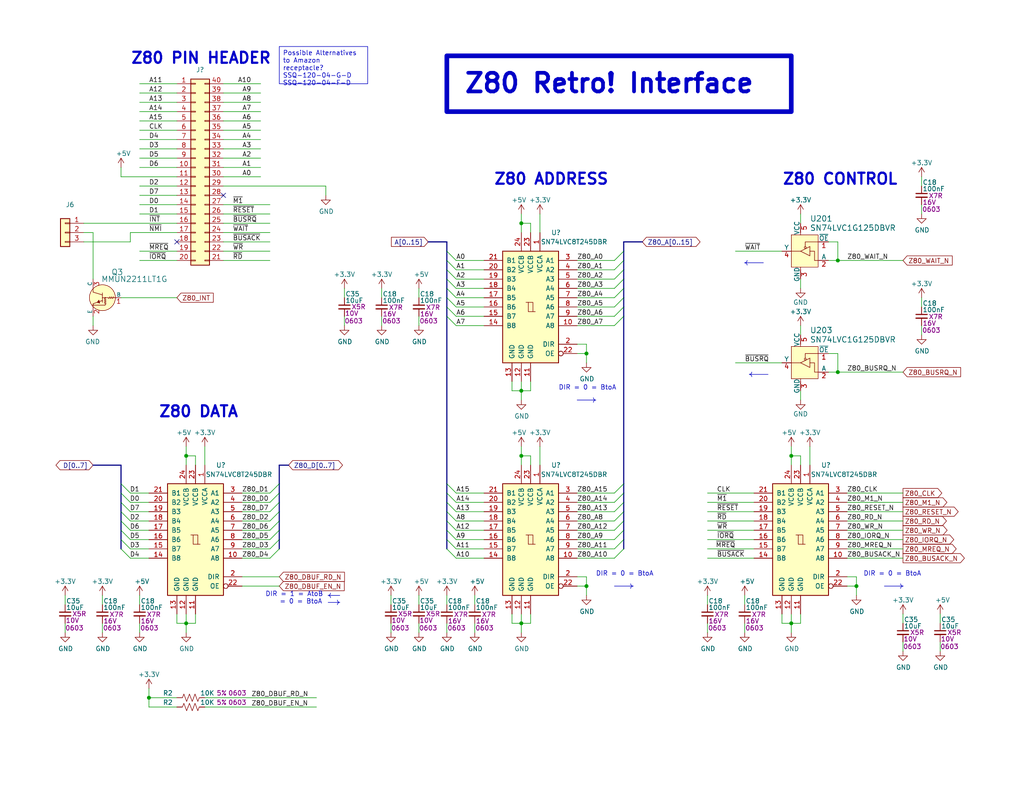
<source format=kicad_sch>
(kicad_sch (version 20230121) (generator eeschema)
  (paper "USLetter")
  (title_block (title "Z80 Retro! - FLEADiP Board") (date "2023-06-12") (rev "0.0") (company "Denno Wiggle") (comment 1 "Z80 Retro! Interface"))
  (lib_symbols
    (symbol "Connector_Generic:Conn_01x03" (pin_names (offset 1.016) hide)
      (property "Reference" "J" (at 0 5.08 0))
      (property "Value" "Conn_01x03" (at 0 -5.08 0))
      (symbol "Conn_01x03_1_1"
        (pin passive line (at -5.08 2.54 0) (length 3.81) (name "Pin_1") (number "1"))
        (pin passive line (at -5.08 0 0) (length 3.81) (name "Pin_2") (number "2"))
        (pin passive line (at -5.08 -2.54 0) (length 3.81) (name "Pin_3") (number "3"))
      )
    )
    (symbol "Connector_Generic:Conn_02x20_Counter_Clockwise" (pin_names (offset 1.016) hide)
      (property "Reference" "J" (at 1.27 25.4 0))
      (property "Value" "Conn_02x20_Counter_Clockwise" (at 1.27 -27.94 0))
      (symbol "Conn_02x20_Counter_Clockwise_1_1"
        (pin passive line (at -5.08 22.86 0) (length 3.81) (name "Pin_1") (number "1"))
        (pin passive line (at -5.08 0 0) (length 3.81) (name "Pin_10") (number "10"))
        (pin passive line (at -5.08 -2.54 0) (length 3.81) (name "Pin_11") (number "11"))
        (pin passive line (at -5.08 -5.08 0) (length 3.81) (name "Pin_12") (number "12"))
        (pin passive line (at -5.08 -7.62 0) (length 3.81) (name "Pin_13") (number "13"))
        (pin passive line (at -5.08 -10.16 0) (length 3.81) (name "Pin_14") (number "14"))
        (pin passive line (at -5.08 -12.7 0) (length 3.81) (name "Pin_15") (number "15"))
        (pin passive line (at -5.08 -15.24 0) (length 3.81) (name "Pin_16") (number "16"))
        (pin passive line (at -5.08 -17.78 0) (length 3.81) (name "Pin_17") (number "17"))
        (pin passive line (at -5.08 -20.32 0) (length 3.81) (name "Pin_18") (number "18"))
        (pin passive line (at -5.08 -22.86 0) (length 3.81) (name "Pin_19") (number "19"))
        (pin passive line (at -5.08 20.32 0) (length 3.81) (name "Pin_2") (number "2"))
        (pin passive line (at -5.08 -25.4 0) (length 3.81) (name "Pin_20") (number "20"))
        (pin passive line (at 7.62 -25.4 180) (length 3.81) (name "Pin_21") (number "21"))
        (pin passive line (at 7.62 -22.86 180) (length 3.81) (name "Pin_22") (number "22"))
        (pin passive line (at 7.62 -20.32 180) (length 3.81) (name "Pin_23") (number "23"))
        (pin passive line (at 7.62 -17.78 180) (length 3.81) (name "Pin_24") (number "24"))
        (pin passive line (at 7.62 -15.24 180) (length 3.81) (name "Pin_25") (number "25"))
        (pin passive line (at 7.62 -12.7 180) (length 3.81) (name "Pin_26") (number "26"))
        (pin passive line (at 7.62 -10.16 180) (length 3.81) (name "Pin_27") (number "27"))
        (pin passive line (at 7.62 -7.62 180) (length 3.81) (name "Pin_28") (number "28"))
        (pin passive line (at 7.62 -5.08 180) (length 3.81) (name "Pin_29") (number "29"))
        (pin passive line (at -5.08 17.78 0) (length 3.81) (name "Pin_3") (number "3"))
        (pin passive line (at 7.62 -2.54 180) (length 3.81) (name "Pin_30") (number "30"))
        (pin passive line (at 7.62 0 180) (length 3.81) (name "Pin_31") (number "31"))
        (pin passive line (at 7.62 2.54 180) (length 3.81) (name "Pin_32") (number "32"))
        (pin passive line (at 7.62 5.08 180) (length 3.81) (name "Pin_33") (number "33"))
        (pin passive line (at 7.62 7.62 180) (length 3.81) (name "Pin_34") (number "34"))
        (pin passive line (at 7.62 10.16 180) (length 3.81) (name "Pin_35") (number "35"))
        (pin passive line (at 7.62 12.7 180) (length 3.81) (name "Pin_36") (number "36"))
        (pin passive line (at 7.62 15.24 180) (length 3.81) (name "Pin_37") (number "37"))
        (pin passive line (at 7.62 17.78 180) (length 3.81) (name "Pin_38") (number "38"))
        (pin passive line (at 7.62 20.32 180) (length 3.81) (name "Pin_39") (number "39"))
        (pin passive line (at -5.08 15.24 0) (length 3.81) (name "Pin_4") (number "4"))
        (pin passive line (at 7.62 22.86 180) (length 3.81) (name "Pin_40") (number "40"))
        (pin passive line (at -5.08 12.7 0) (length 3.81) (name "Pin_5") (number "5"))
        (pin passive line (at -5.08 10.16 0) (length 3.81) (name "Pin_6") (number "6"))
        (pin passive line (at -5.08 7.62 0) (length 3.81) (name "Pin_7") (number "7"))
        (pin passive line (at -5.08 5.08 0) (length 3.81) (name "Pin_8") (number "8"))
        (pin passive line (at -5.08 2.54 0) (length 3.81) (name "Pin_9") (number "9"))
      )
    )
    (symbol "SN74LVC8T245DBR_2" (pin_names (offset 1.016))
      (property "Reference" "U" (at 3.81 20.32 0))
      (property "Value" "SN74LVC8T245DBR" (at 3.81 17.78 0))
      (symbol "SN74LVC8T245DBR_2_1_0"
        (pin power_in line (at -2.54 20.32 270) (length 5.08) (name "VCCA") (number "1"))
        (pin tri_state line (at -12.7 -5.08 0) (length 5.08) (name "A8") (number "10"))
        (pin power_in line (at 0 -20.32 90) (length 5.08) (name "GND") (number "11"))
        (pin power_in line (at 2.54 -20.32 90) (length 5.08) (name "GND") (number "12"))
        (pin power_in line (at 5.08 -20.32 90) (length 5.08) (name "GND") (number "13"))
        (pin tri_state line (at 12.7 -5.08 180) (length 5.08) (name "B8") (number "14"))
        (pin tri_state line (at 12.7 -2.54 180) (length 5.08) (name "B7") (number "15"))
        (pin tri_state line (at 12.7 0 180) (length 5.08) (name "B6") (number "16"))
        (pin tri_state line (at 12.7 2.54 180) (length 5.08) (name "B5") (number "17"))
        (pin tri_state line (at 12.7 5.08 180) (length 5.08) (name "B4") (number "18"))
        (pin tri_state line (at 12.7 7.62 180) (length 5.08) (name "B3") (number "19"))
        (pin input line (at -12.7 -10.16 0) (length 5.08) (name "DIR") (number "2"))
        (pin tri_state line (at 12.7 10.16 180) (length 5.08) (name "B2") (number "20"))
        (pin tri_state line (at 12.7 12.7 180) (length 5.08) (name "B1") (number "21"))
        (pin input inverted (at -12.7 -12.7 0) (length 5.08) (name "OE") (number "22"))
        (pin power_in line (at 0 20.32 270) (length 5.08) (name "VCCB") (number "23"))
        (pin power_in line (at 2.54 20.32 270) (length 5.08) (name "VCCB") (number "24"))
        (pin tri_state line (at -12.7 12.7 0) (length 5.08) (name "A1") (number "3"))
        (pin tri_state line (at -12.7 10.16 0) (length 5.08) (name "A2") (number "4"))
        (pin tri_state line (at -12.7 7.62 0) (length 5.08) (name "A3") (number "5"))
        (pin tri_state line (at -12.7 5.08 0) (length 5.08) (name "A4") (number "6"))
        (pin tri_state line (at -12.7 2.54 0) (length 5.08) (name "A5") (number "7"))
        (pin tri_state line (at -12.7 0 0) (length 5.08) (name "A6") (number "8"))
        (pin tri_state line (at -12.7 -2.54 0) (length 5.08) (name "A7") (number "9"))
      )
    )
    (symbol "WTM:C_100nF_X7R_16V_0805H" (pin_numbers hide) (pin_names (offset 0) hide)
      (property "Reference" "C" (at 0.254 3.556 0))
      (property "Value" "100nF" (at 0.254 1.778 0))
      (property "Dielectric" "X7R" (at 1.905 -0.127 0))
      (property "Voltage" "16V" (at 0.254 -1.905 0))
      (property "Footprint2" "0805H" (at 0.127 -3.81 0))
      (symbol "C_100nF_X7R_16V_0805H_1_1"
        (pin passive line (at 0 2.54 270) (length 2.032) (name "~") (number "1"))
        (pin passive line (at 0 -2.54 90) (length 2.032) (name "~") (number "2"))
      )
    )
    (symbol "WTM:C_10uF_X5R_16V_0805H" (pin_numbers hide) (pin_names (offset 0.254) hide)
      (property "Reference" "C206" (at 0.254 3.556 0))
      (property "Value" "10uF" (at 0.254 1.778 0))
      (property "Dielectric" "X5R" (at 1.905 0.762 0))
      (property "Voltage" "16V" (at 0.127 -1.016 0))
      (property "Footprint2" "0805H" (at 3.302 -3.81 0))
      (symbol "C_10uF_X5R_16V_0805H_1_1"
        (pin passive line (at 0 2.54 270) (length 2.032) (name "~") (number "1"))
        (pin passive line (at 0 -2.54 90) (length 2.032) (name "~") (number "2"))
      )
    )
    (symbol "WTM:MMUN2211LT1G" (pin_names (offset 0))
      (property "Reference" "Q2" (at -5.08 7.62 0))
      (property "Value" "MMUN2211LT1G" (at -20.32 5.08 0))
      (symbol "MMUN2211LT1G_1_1"
        (pin input line (at -7.62 0 0) (length 1.27) (name "B") (number "1"))
        (pin passive line (at 0 -5.08 90) (length 2.54) (name "E") (number "2"))
        (pin passive line (at 0 5.08 270) (length 2.54) (name "C") (number "3"))
      )
    )
    (symbol "WTM:R_33R_5%_0805H_Horizontal1" (pin_numbers hide) (pin_names (offset 0))
      (property "Reference" "R" (at -7.62 1.27 0))
      (property "Value" "33R" (at 2.54 1.27 0))
      (property "Tolerance" "5%" (at 2.54 -1.27 0))
      (property "Footprint2" "0805H" (at -8.89 -1.27 0))
      (symbol "R_33R_5%_0805H_Horizontal1_1_1"
        (pin passive line (at -3.81 0 0) (length 1.27) (name "~") (number "1"))
        (pin passive line (at 3.81 0 180) (length 1.27) (name "~") (number "2"))
      )
    )
    (symbol "WTM:SN74LVC1G125DBVR" (pin_names (offset 0))
      (property "Reference" "U" (at 2.54 8.89 0))
      (property "Value" "SN74LVC1G125DBVR" (at 2.54 6.35 0))
      (symbol "SN74LVC1G125DBVR_1_1"
        (pin input line (at -7.62 2.54 0) (length 2.54) (name "~{OE}") (number "1"))
        (pin input line (at -7.62 -2.54 0) (length 2.54) (name "A") (number "2"))
        (pin power_in line (at 0 -7.62 90) (length 2.54) (name "GND") (number "3"))
        (pin tri_state line (at 5.08 0 180) (length 2.54) (name "Y") (number "4"))
        (pin power_in line (at 0 7.62 270) (length 2.54) (name "VCC") (number "5"))
      )
    )
    (symbol "power:+3.3V" (power) (pin_names (offset 0))
      (property "Value" "+3.3V" (at 0 3.556 0))
      (symbol "+3.3V_1_1"
        (pin power_in line (at 0 0 90) (length 0) hide (name "+3.3V") (number "1"))
      )
    )
    (symbol "power:+5V" (power) (pin_names (offset 0))
      (property "Value" "+5V" (at 0 3.556 0))
      (symbol "+5V_1_1"
        (pin power_in line (at 0 0 90) (length 0) hide (name "+5V") (number "1"))
      )
    )
    (symbol "power:GND" (power) (pin_names (offset 0))
      (property "Value" "GND" (at 0 -3.81 0))
      (symbol "GND_1_1"
        (pin power_in line (at 0 0 270) (length 0) hide (name "GND") (number "1"))
      )
    )
  )
  (junction (at 142.24 106.68))
  (junction (at 233.68 160.02))
  (junction (at 50.8 124.46))
  (junction (at 142.24 124.46))
  (junction (at 215.9 124.46))
  (junction (at 215.9 170.18))
  (junction (at 142.24 60.96))
  (junction (at 40.64 190.5))
  (junction (at 160.02 96.52))
  (junction (at 160.02 160.02))
  (junction (at 228.6 71.12))
  (junction (at 142.24 170.18))
  (junction (at 50.8 170.18))
  (junction (at 228.6 101.6))
  (no_connect (at 48.26 66.04))
  (no_connect (at 60.96 53.34))
  (bus_entry (at 167.64 88.9) (size 2.54 -2.54))
  (bus_entry (at 73.66 144.78) (size 2.54 -2.54))
  (bus_entry (at 124.46 73.66) (size -2.54 -2.54))
  (bus_entry (at 73.66 142.24) (size 2.54 -2.54))
  (bus_entry (at 167.64 78.74) (size 2.54 -2.54))
  (bus_entry (at 33.02 142.24) (size 2.54 2.54))
  (bus_entry (at 124.46 88.9) (size -2.54 -2.54))
  (bus_entry (at 124.46 71.12) (size -2.54 -2.54))
  (bus_entry (at 124.46 139.7) (size -2.54 -2.54))
  (bus_entry (at 167.64 81.28) (size 2.54 -2.54))
  (bus_entry (at 167.64 142.24) (size 2.54 -2.54))
  (bus_entry (at 167.64 134.62) (size 2.54 -2.54))
  (bus_entry (at 124.46 86.36) (size -2.54 -2.54))
  (bus_entry (at 124.46 134.62) (size -2.54 -2.54))
  (bus_entry (at 167.64 83.82) (size 2.54 -2.54))
  (bus_entry (at 167.64 76.2) (size 2.54 -2.54))
  (bus_entry (at 167.64 73.66) (size 2.54 -2.54))
  (bus_entry (at 33.02 144.78) (size 2.54 2.54))
  (bus_entry (at 33.02 134.62) (size 2.54 2.54))
  (bus_entry (at 167.64 137.16) (size 2.54 -2.54))
  (bus_entry (at 124.46 149.86) (size -2.54 -2.54))
  (bus_entry (at 73.66 149.86) (size 2.54 -2.54))
  (bus_entry (at 33.02 147.32) (size 2.54 2.54))
  (bus_entry (at 124.46 137.16) (size -2.54 -2.54))
  (bus_entry (at 124.46 83.82) (size -2.54 -2.54))
  (bus_entry (at 124.46 78.74) (size -2.54 -2.54))
  (bus_entry (at 167.64 139.7) (size 2.54 -2.54))
  (bus_entry (at 73.66 147.32) (size 2.54 -2.54))
  (bus_entry (at 33.02 139.7) (size 2.54 2.54))
  (bus_entry (at 167.64 71.12) (size 2.54 -2.54))
  (bus_entry (at 124.46 142.24) (size -2.54 -2.54))
  (bus_entry (at 124.46 144.78) (size -2.54 -2.54))
  (bus_entry (at 73.66 137.16) (size 2.54 -2.54))
  (bus_entry (at 167.64 152.4) (size 2.54 -2.54))
  (bus_entry (at 167.64 147.32) (size 2.54 -2.54))
  (bus_entry (at 167.64 149.86) (size 2.54 -2.54))
  (bus_entry (at 124.46 81.28) (size -2.54 -2.54))
  (bus_entry (at 73.66 152.4) (size 2.54 -2.54))
  (bus_entry (at 167.64 144.78) (size 2.54 -2.54))
  (bus_entry (at 73.66 139.7) (size 2.54 -2.54))
  (bus_entry (at 33.02 149.86) (size 2.54 2.54))
  (bus_entry (at 73.66 134.62) (size 2.54 -2.54))
  (bus_entry (at 33.02 132.08) (size 2.54 2.54))
  (bus_entry (at 124.46 152.4) (size -2.54 -2.54))
  (bus_entry (at 124.46 147.32) (size -2.54 -2.54))
  (bus_entry (at 124.46 76.2) (size -2.54 -2.54))
  (bus_entry (at 167.64 86.36) (size 2.54 -2.54))
  (bus_entry (at 33.02 137.16) (size 2.54 2.54))
  (bus (pts (xy 76.2 139.7) (xy 76.2 137.16)))
  (wire (pts (xy 17.78 170.18) (xy 17.78 172.72)))
  (wire (pts (xy 48.26 48.26) (xy 33.02 48.26)))
  (wire (pts (xy 35.56 63.5) (xy 48.26 63.5)))
  (wire (pts (xy 60.96 68.58) (xy 73.66 68.58)))
  (wire (pts (xy 160.02 160.02) (xy 160.02 162.56)))
  (bus (pts (xy 76.2 137.16) (xy 76.2 134.62)))
  (wire (pts (xy 124.46 86.36) (xy 132.08 86.36)))
  (bus (pts (xy 121.92 86.36) (xy 121.92 83.82)))
  (bus (pts (xy 121.92 144.78) (xy 121.92 142.24)))
  (wire (pts (xy 50.8 124.46) (xy 50.8 127)))
  (bus (pts (xy 116.84 66.04) (xy 121.92 66.04)))
  (wire (pts (xy 124.46 78.74) (xy 132.08 78.74)))
  (wire (pts (xy 157.48 88.9) (xy 167.64 88.9)))
  (bus (pts (xy 33.02 132.08) (xy 33.02 127)))
  (wire (pts (xy 35.56 152.4) (xy 40.64 152.4)))
  (wire (pts (xy 66.04 144.78) (xy 73.66 144.78)))
  (wire (pts (xy 38.1 35.56) (xy 48.26 35.56)))
  (wire (pts (xy 157.48 73.66) (xy 167.64 73.66)))
  (wire (pts (xy 124.46 142.24) (xy 132.08 142.24)))
  (wire (pts (xy 228.6 71.12) (xy 246.38 71.12)))
  (bus (pts (xy 121.92 132.08) (xy 121.92 86.36)))
  (wire (pts (xy 228.6 66.04) (xy 226.06 66.04)))
  (wire (pts (xy 193.04 134.62) (xy 205.74 134.62)))
  (wire (pts (xy 66.04 157.48) (xy 76.2 157.48)))
  (bus (pts (xy 170.18 78.74) (xy 170.18 76.2)))
  (wire (pts (xy 50.8 170.18) (xy 53.34 170.18)))
  (wire (pts (xy 231.14 142.24) (xy 246.38 142.24)))
  (wire (pts (xy 38.1 30.48) (xy 48.26 30.48)))
  (bus (pts (xy 121.92 68.58) (xy 121.92 66.04)))
  (wire (pts (xy 218.44 106.68) (xy 218.44 109.22)))
  (bus (pts (xy 76.2 149.86) (xy 76.2 147.32)))
  (wire (pts (xy 60.96 22.86) (xy 71.12 22.86)))
  (wire (pts (xy 228.6 96.52) (xy 226.06 96.52)))
  (bus (pts (xy 33.02 147.32) (xy 33.02 144.78)))
  (wire (pts (xy 157.48 81.28) (xy 167.64 81.28)))
  (wire (pts (xy 193.04 142.24) (xy 205.74 142.24)))
  (wire (pts (xy 60.96 38.1) (xy 71.12 38.1)))
  (bus (pts (xy 121.92 76.2) (xy 121.92 73.66)))
  (wire (pts (xy 129.54 170.18) (xy 129.54 172.72)))
  (bus (pts (xy 121.92 149.86) (xy 121.92 147.32)))
  (wire (pts (xy 124.46 76.2) (xy 132.08 76.2)))
  (wire (pts (xy 114.3 78.74) (xy 114.3 81.28)))
  (wire (pts (xy 66.04 137.16) (xy 73.66 137.16)))
  (wire (pts (xy 35.56 142.24) (xy 40.64 142.24)))
  (wire (pts (xy 215.9 121.92) (xy 215.9 124.46)))
  (wire (pts (xy 35.56 139.7) (xy 40.64 139.7)))
  (wire (pts (xy 144.78 60.96) (xy 144.78 63.5)))
  (wire (pts (xy 226.06 101.6) (xy 228.6 101.6)))
  (wire (pts (xy 124.46 144.78) (xy 132.08 144.78)))
  (wire (pts (xy 124.46 81.28) (xy 132.08 81.28)))
  (wire (pts (xy 193.04 147.32) (xy 205.74 147.32)))
  (wire (pts (xy 40.64 190.5) (xy 40.64 193.04)))
  (wire (pts (xy 106.68 162.56) (xy 106.68 165.1)))
  (bus (pts (xy 121.92 139.7) (xy 121.92 137.16)))
  (wire (pts (xy 35.56 134.62) (xy 40.64 134.62)))
  (polyline (pts (xy 89.535 164.465) (xy 92.71 164.465)))
  (bus (pts (xy 76.2 142.24) (xy 76.2 139.7)))
  (wire (pts (xy 33.02 81.28) (xy 48.26 81.28)))
  (wire (pts (xy 124.46 83.82) (xy 132.08 83.82)))
  (bus (pts (xy 170.18 144.78) (xy 170.18 142.24)))
  (wire (pts (xy 193.04 162.56) (xy 193.04 165.1)))
  (wire (pts (xy 38.1 33.02) (xy 48.26 33.02)))
  (wire (pts (xy 50.8 121.92) (xy 50.8 124.46)))
  (wire (pts (xy 124.46 147.32) (xy 132.08 147.32)))
  (wire (pts (xy 142.24 106.68) (xy 142.24 109.22)))
  (wire (pts (xy 142.24 60.96) (xy 144.78 60.96)))
  (wire (pts (xy 193.04 170.18) (xy 193.04 172.72)))
  (wire (pts (xy 215.9 170.18) (xy 215.9 172.72)))
  (bus (pts (xy 170.18 86.36) (xy 170.18 132.08)))
  (wire (pts (xy 231.14 144.78) (xy 246.38 144.78)))
  (wire (pts (xy 50.8 170.18) (xy 50.8 172.72)))
  (wire (pts (xy 203.2 170.18) (xy 203.2 172.72)))
  (wire (pts (xy 256.54 175.26) (xy 256.54 177.8)))
  (bus (pts (xy 170.18 66.04) (xy 175.26 66.04)))
  (wire (pts (xy 17.78 162.56) (xy 17.78 165.1)))
  (wire (pts (xy 160.02 157.48) (xy 160.02 160.02)))
  (wire (pts (xy 213.36 170.18) (xy 215.9 170.18)))
  (wire (pts (xy 218.44 170.18) (xy 218.44 167.64)))
  (wire (pts (xy 139.7 104.14) (xy 139.7 106.68)))
  (bus (pts (xy 170.18 76.2) (xy 170.18 73.66)))
  (wire (pts (xy 60.96 71.12) (xy 73.66 71.12)))
  (bus (pts (xy 33.02 142.24) (xy 33.02 139.7)))
  (wire (pts (xy 38.1 45.72) (xy 48.26 45.72)))
  (wire (pts (xy 60.96 60.96) (xy 73.66 60.96)))
  (wire (pts (xy 147.32 121.92) (xy 147.32 127)))
  (wire (pts (xy 142.24 104.14) (xy 142.24 106.68)))
  (wire (pts (xy 193.04 139.7) (xy 205.74 139.7)))
  (wire (pts (xy 48.26 170.18) (xy 50.8 170.18)))
  (wire (pts (xy 203.2 162.56) (xy 203.2 165.1)))
  (bus (pts (xy 170.18 71.12) (xy 170.18 68.58)))
  (wire (pts (xy 200.66 68.58) (xy 213.36 68.58)))
  (wire (pts (xy 157.48 142.24) (xy 167.64 142.24)))
  (wire (pts (xy 33.02 48.26) (xy 33.02 45.72)))
  (wire (pts (xy 251.46 55.88) (xy 251.46 58.42)))
  (bus (pts (xy 33.02 137.16) (xy 33.02 134.62)))
  (wire (pts (xy 157.48 157.48) (xy 160.02 157.48)))
  (wire (pts (xy 22.86 66.04) (xy 35.56 66.04)))
  (wire (pts (xy 38.1 53.34) (xy 48.26 53.34)))
  (wire (pts (xy 38.1 58.42) (xy 48.26 58.42)))
  (wire (pts (xy 88.9 50.8) (xy 88.9 53.34)))
  (wire (pts (xy 231.14 152.4) (xy 246.38 152.4)))
  (wire (pts (xy 231.14 160.02) (xy 233.68 160.02)))
  (wire (pts (xy 114.3 162.56) (xy 114.3 165.1)))
  (wire (pts (xy 38.1 71.12) (xy 48.26 71.12)))
  (wire (pts (xy 231.14 134.62) (xy 246.38 134.62)))
  (polyline (pts (xy 167.64 160.02) (xy 172.72 160.02)))
  (wire (pts (xy 27.94 162.56) (xy 27.94 165.1)))
  (wire (pts (xy 124.46 134.62) (xy 132.08 134.62)))
  (wire (pts (xy 220.98 121.92) (xy 220.98 127)))
  (wire (pts (xy 48.26 167.64) (xy 48.26 170.18)))
  (wire (pts (xy 60.96 48.26) (xy 71.12 48.26)))
  (wire (pts (xy 124.46 149.86) (xy 132.08 149.86)))
  (wire (pts (xy 66.04 142.24) (xy 73.66 142.24)))
  (wire (pts (xy 121.92 162.56) (xy 121.92 165.1)))
  (wire (pts (xy 38.1 27.94) (xy 48.26 27.94)))
  (wire (pts (xy 104.14 78.74) (xy 104.14 81.28)))
  (wire (pts (xy 35.56 144.78) (xy 40.64 144.78)))
  (wire (pts (xy 66.04 147.32) (xy 73.66 147.32)))
  (bus (pts (xy 121.92 78.74) (xy 121.92 76.2)))
  (wire (pts (xy 60.96 40.64) (xy 71.12 40.64)))
  (bus (pts (xy 170.18 83.82) (xy 170.18 81.28)))
  (wire (pts (xy 142.24 60.96) (xy 142.24 63.5)))
  (bus (pts (xy 121.92 142.24) (xy 121.92 139.7)))
  (wire (pts (xy 25.4 76.2) (xy 25.4 63.5)))
  (bus (pts (xy 121.92 134.62) (xy 121.92 132.08)))
  (wire (pts (xy 218.44 58.42) (xy 218.44 60.96)))
  (bus (pts (xy 170.18 137.16) (xy 170.18 134.62)))
  (bus (pts (xy 121.92 81.28) (xy 121.92 78.74)))
  (wire (pts (xy 193.04 144.78) (xy 205.74 144.78)))
  (wire (pts (xy 157.48 83.82) (xy 167.64 83.82)))
  (wire (pts (xy 66.04 160.02) (xy 76.2 160.02)))
  (wire (pts (xy 215.9 167.64) (xy 215.9 170.18)))
  (bus (pts (xy 121.92 147.32) (xy 121.92 144.78)))
  (bus (pts (xy 33.02 149.86) (xy 33.02 147.32)))
  (bus (pts (xy 76.2 127) (xy 78.74 127)))
  (wire (pts (xy 66.04 139.7) (xy 73.66 139.7)))
  (wire (pts (xy 55.88 193.04) (xy 86.36 193.04)))
  (wire (pts (xy 228.6 101.6) (xy 246.38 101.6)))
  (wire (pts (xy 160.02 96.52) (xy 160.02 99.06)))
  (wire (pts (xy 157.48 96.52) (xy 160.02 96.52)))
  (wire (pts (xy 251.46 88.9) (xy 251.46 91.44)))
  (bus (pts (xy 170.18 134.62) (xy 170.18 132.08)))
  (wire (pts (xy 66.04 134.62) (xy 73.66 134.62)))
  (bus (pts (xy 170.18 73.66) (xy 170.18 71.12)))
  (wire (pts (xy 66.04 149.86) (xy 73.66 149.86)))
  (wire (pts (xy 35.56 137.16) (xy 40.64 137.16)))
  (wire (pts (xy 157.48 149.86) (xy 167.64 149.86)))
  (wire (pts (xy 147.32 58.42) (xy 147.32 63.5)))
  (bus (pts (xy 76.2 147.32) (xy 76.2 144.78)))
  (wire (pts (xy 124.46 152.4) (xy 132.08 152.4)))
  (bus (pts (xy 76.2 127) (xy 76.2 132.08)))
  (bus (pts (xy 170.18 81.28) (xy 170.18 78.74)))
  (wire (pts (xy 60.96 58.42) (xy 73.66 58.42)))
  (wire (pts (xy 93.98 78.74) (xy 93.98 81.28)))
  (wire (pts (xy 228.6 101.6) (xy 228.6 96.52)))
  (wire (pts (xy 121.92 170.18) (xy 121.92 172.72)))
  (wire (pts (xy 60.96 25.4) (xy 71.12 25.4)))
  (wire (pts (xy 114.3 86.36) (xy 114.3 88.9)))
  (wire (pts (xy 157.48 152.4) (xy 167.64 152.4)))
  (wire (pts (xy 50.8 167.64) (xy 50.8 170.18)))
  (wire (pts (xy 144.78 124.46) (xy 144.78 127)))
  (polyline (pts (xy 208.295 71.74) (xy 203.215 71.74)))
  (bus (pts (xy 121.92 71.12) (xy 121.92 68.58)))
  (wire (pts (xy 38.1 68.58) (xy 48.26 68.58)))
  (wire (pts (xy 25.4 86.36) (xy 25.4 88.9)))
  (wire (pts (xy 60.96 63.5) (xy 73.66 63.5)))
  (wire (pts (xy 160.02 93.98) (xy 160.02 96.52)))
  (bus (pts (xy 170.18 142.24) (xy 170.18 139.7)))
  (wire (pts (xy 157.48 78.74) (xy 167.64 78.74)))
  (wire (pts (xy 231.14 149.86) (xy 246.38 149.86)))
  (wire (pts (xy 215.9 124.46) (xy 218.44 124.46)))
  (wire (pts (xy 215.9 124.46) (xy 215.9 127)))
  (wire (pts (xy 124.46 71.12) (xy 132.08 71.12)))
  (wire (pts (xy 139.7 106.68) (xy 142.24 106.68)))
  (wire (pts (xy 157.48 160.02) (xy 160.02 160.02)))
  (wire (pts (xy 233.68 160.02) (xy 233.68 162.56)))
  (wire (pts (xy 144.78 106.68) (xy 144.78 104.14)))
  (bus (pts (xy 121.92 137.16) (xy 121.92 134.62)))
  (wire (pts (xy 142.24 167.64) (xy 142.24 170.18)))
  (wire (pts (xy 251.46 81.28) (xy 251.46 83.82)))
  (wire (pts (xy 142.24 170.18) (xy 142.24 172.72)))
  (wire (pts (xy 106.68 170.18) (xy 106.68 172.72)))
  (wire (pts (xy 226.06 71.12) (xy 228.6 71.12)))
  (wire (pts (xy 193.04 137.16) (xy 205.74 137.16)))
  (wire (pts (xy 38.1 170.18) (xy 38.1 172.72)))
  (wire (pts (xy 38.1 22.86) (xy 48.26 22.86)))
  (wire (pts (xy 40.64 187.96) (xy 40.64 190.5)))
  (wire (pts (xy 114.3 170.18) (xy 114.3 172.72)))
  (wire (pts (xy 142.24 121.92) (xy 142.24 124.46)))
  (wire (pts (xy 157.48 76.2) (xy 167.64 76.2)))
  (wire (pts (xy 124.46 137.16) (xy 132.08 137.16)))
  (polyline (pts (xy 92.71 162.56) (xy 89.535 162.56)))
  (wire (pts (xy 157.48 93.98) (xy 160.02 93.98)))
  (wire (pts (xy 35.56 147.32) (xy 40.64 147.32)))
  (wire (pts (xy 60.96 66.04) (xy 73.66 66.04)))
  (wire (pts (xy 53.34 170.18) (xy 53.34 167.64)))
  (wire (pts (xy 200.66 99.06) (xy 213.36 99.06)))
  (wire (pts (xy 60.96 30.48) (xy 71.12 30.48)))
  (wire (pts (xy 246.38 175.26) (xy 246.38 177.8)))
  (wire (pts (xy 50.8 124.46) (xy 53.34 124.46)))
  (wire (pts (xy 66.04 152.4) (xy 73.66 152.4)))
  (wire (pts (xy 157.48 86.36) (xy 167.64 86.36)))
  (wire (pts (xy 251.46 48.26) (xy 251.46 50.8)))
  (wire (pts (xy 38.1 25.4) (xy 48.26 25.4)))
  (bus (pts (xy 33.02 134.62) (xy 33.02 132.08)))
  (wire (pts (xy 40.64 193.04) (xy 48.26 193.04)))
  (wire (pts (xy 60.96 45.72) (xy 71.12 45.72)))
  (wire (pts (xy 38.1 162.56) (xy 38.1 165.1)))
  (wire (pts (xy 193.04 149.86) (xy 205.74 149.86)))
  (wire (pts (xy 142.24 124.46) (xy 144.78 124.46)))
  (bus (pts (xy 170.18 86.36) (xy 170.18 83.82)))
  (wire (pts (xy 231.14 147.32) (xy 246.38 147.32)))
  (wire (pts (xy 157.48 71.12) (xy 167.64 71.12)))
  (wire (pts (xy 124.46 73.66) (xy 132.08 73.66)))
  (wire (pts (xy 60.96 33.02) (xy 71.12 33.02)))
  (polyline (pts (xy 157.48 109.22) (xy 162.56 109.22)))
  (wire (pts (xy 35.56 63.5) (xy 35.56 66.04)))
  (wire (pts (xy 233.68 157.48) (xy 233.68 160.02)))
  (wire (pts (xy 53.34 124.46) (xy 53.34 127)))
  (wire (pts (xy 142.24 170.18) (xy 144.78 170.18)))
  (wire (pts (xy 60.96 43.18) (xy 71.12 43.18)))
  (wire (pts (xy 38.1 55.88) (xy 48.26 55.88)))
  (wire (pts (xy 38.1 40.64) (xy 48.26 40.64)))
  (wire (pts (xy 40.64 190.5) (xy 48.26 190.5)))
  (wire (pts (xy 60.96 55.88) (xy 73.66 55.88)))
  (wire (pts (xy 142.24 106.68) (xy 144.78 106.68)))
  (wire (pts (xy 142.24 170.18) (xy 139.7 170.18)))
  (wire (pts (xy 157.48 144.78) (xy 167.64 144.78)))
  (wire (pts (xy 124.46 139.7) (xy 132.08 139.7)))
  (wire (pts (xy 256.54 167.64) (xy 256.54 170.18)))
  (wire (pts (xy 157.48 137.16) (xy 167.64 137.16)))
  (bus (pts (xy 33.02 139.7) (xy 33.02 137.16)))
  (wire (pts (xy 38.1 50.8) (xy 48.26 50.8)))
  (wire (pts (xy 193.04 152.4) (xy 205.74 152.4)))
  (wire (pts (xy 38.1 43.18) (xy 48.26 43.18)))
  (wire (pts (xy 55.88 190.5) (xy 86.36 190.5)))
  (wire (pts (xy 139.7 170.18) (xy 139.7 167.64)))
  (wire (pts (xy 231.14 139.7) (xy 246.38 139.7)))
  (polyline (pts (xy 241.3 160.02) (xy 246.38 160.02)))
  (bus (pts (xy 121.92 73.66) (xy 121.92 71.12)))
  (wire (pts (xy 157.48 139.7) (xy 167.64 139.7)))
  (wire (pts (xy 104.14 86.36) (xy 104.14 88.9)))
  (wire (pts (xy 231.14 137.16) (xy 246.38 137.16)))
  (bus (pts (xy 170.18 147.32) (xy 170.18 144.78)))
  (wire (pts (xy 218.44 88.9) (xy 218.44 91.44)))
  (wire (pts (xy 144.78 170.18) (xy 144.78 167.64)))
  (bus (pts (xy 33.02 144.78) (xy 33.02 142.24)))
  (wire (pts (xy 215.9 170.18) (xy 218.44 170.18)))
  (wire (pts (xy 35.56 149.86) (xy 40.64 149.86)))
  (wire (pts (xy 60.96 50.8) (xy 88.9 50.8)))
  (wire (pts (xy 218.44 76.2) (xy 218.44 78.74)))
  (bus (pts (xy 170.18 149.86) (xy 170.18 147.32)))
  (wire (pts (xy 142.24 124.46) (xy 142.24 127)))
  (polyline (pts (xy 209.565 102.22) (xy 204.485 102.22)))
  (wire (pts (xy 93.98 86.36) (xy 93.98 88.9)))
  (wire (pts (xy 157.48 147.32) (xy 167.64 147.32)))
  (bus (pts (xy 25.4 127) (xy 33.02 127)))
  (wire (pts (xy 27.94 170.18) (xy 27.94 172.72)))
  (bus (pts (xy 76.2 134.62) (xy 76.2 132.08)))
  (wire (pts (xy 25.4 63.5) (xy 22.86 63.5)))
  (bus (pts (xy 121.92 83.82) (xy 121.92 81.28)))
  (wire (pts (xy 218.44 124.46) (xy 218.44 127)))
  (wire (pts (xy 213.36 167.64) (xy 213.36 170.18)))
  (wire (pts (xy 231.14 157.48) (xy 233.68 157.48)))
  (wire (pts (xy 246.38 167.64) (xy 246.38 170.18)))
  (wire (pts (xy 124.46 88.9) (xy 132.08 88.9)))
  (wire (pts (xy 142.24 58.42) (xy 142.24 60.96)))
  (wire (pts (xy 228.6 71.12) (xy 228.6 66.04)))
  (wire (pts (xy 60.96 35.56) (xy 71.12 35.56)))
  (wire (pts (xy 22.86 60.96) (xy 48.26 60.96)))
  (wire (pts (xy 129.54 162.56) (xy 129.54 165.1)))
  (wire (pts (xy 55.88 121.92) (xy 55.88 127)))
  (bus (pts (xy 170.18 139.7) (xy 170.18 137.16)))
  (wire (pts (xy 60.96 27.94) (xy 71.12 27.94)))
  (bus (pts (xy 76.2 144.78) (xy 76.2 142.24)))
  (wire (pts (xy 38.1 38.1) (xy 48.26 38.1)))
  (bus (pts (xy 170.18 68.58) (xy 170.18 66.04)))
  (wire (pts (xy 157.48 134.62) (xy 167.64 134.62)))
  (arc (start 162.555 109.22) (mid 162.1103 109.0297) (end 161.92 108.585))
  (arc (start 172.715 160.02) (mid 172.2703 159.8297) (end 172.08 159.385))
  (arc (start 205.12 101.585) (mid 204.9355 102.0355) (end 204.485 102.22))
  (arc (start 90.17 161.925) (mid 89.9823 162.3708) (end 89.535 162.56))
  (arc (start 204.49 102.22) (mid 204.9316 102.412) (end 205.125 102.855))
  (arc (start 246.375 160.02) (mid 245.9303 159.8297) (end 245.74 159.385))
  (arc (start 172.085 160.655) (mid 172.2698 160.2063) (end 172.72 160.02))
  (arc (start 92.075 165.1) (mid 92.2595 164.6495) (end 92.71 164.465))
  (arc (start 245.745 160.655) (mid 245.9298 160.2063) (end 246.38 160.02))
  (arc (start 203.22 71.74) (mid 203.6616 71.932) (end 203.855 72.375))
  (arc (start 89.54 162.56) (mid 89.9876 162.7474) (end 90.175 163.195))
  (arc (start 161.925 109.855) (mid 162.1092 109.4027) (end 162.56 109.22))
  (arc (start 203.85 71.105) (mid 203.6655 71.5555) (end 203.215 71.74))
  (arc (start 92.705 164.465) (mid 92.2571 164.2765) (end 92.07 163.83))
  (text_box "Z80 Retro! Interface" (at 121.92 15.24 0) (size 93.98 15.24) (stroke (width 1.27)) (effects (font (size 5.08 5.08) (thickness 1.016) bold) (justify left top)))
  (text_box "Possible Alternatives to Amazon receptacle?\nSSQ-120-04-G-D\nSSQ-120-04-F-D" (at 76.2 12.7 0) (size 24.13 10.16) (effects (font (size 1.27 1.27)) (justify left top)))
  (text "Z80 PIN HEADER" (at 35.56 17.78 0) (effects (font (size 2.9972 2.9972) (thickness 0.5994) bold) (justify left bottom)))
  (text "DIR = 0 = BtoA" (at 152.4 106.68 0) (effects (font (size 1.27 1.27)) (justify left bottom)))
  (text "Z80 CONTROL" (at 213.36 50.8 0) (effects (font (size 2.9972 2.9972) (thickness 0.5994) bold) (justify left bottom)))
  (text "DIR = 0 = BtoA" (at 162.56 157.48 0) (effects (font (size 1.27 1.27)) (justify left bottom)))
  (text "Z80 DATA" (at 43.18 114.3 0) (effects (font (size 2.9972 2.9972) (thickness 0.5994) bold) (justify left bottom)))
  (text "DIR = 1 = AtoB\n    = 0 = BtoA" (at 72.39 165.1 0) (effects (font (size 1.27 1.27)) (justify left bottom)))
  (text "DIR = 0 = BtoA" (at 235.585 157.48 0) (effects (font (size 1.27 1.27)) (justify left bottom)))
  (text "Z80 ADDRESS" (at 134.62 50.8 0) (effects (font (size 2.9972 2.9972) (thickness 0.5994) bold) (justify left bottom)))
  (label "Z80_A5" (at 157.48 83.82 0))
  (label "A8" (at 124.46 142.24 0))
  (label "D6" (at 38.1 144.78 180))
  (label "D7" (at 38.1 139.7 180))
  (label "A13" (at 124.46 139.7 0))
  (label "Z80_D1" (at 66.04 134.62 0))
  (label "A2" (at 124.46 76.2 0))
  (label "Z80_WAIT_N" (at 231.14 71.12 0))
  (label "~{IORQ}" (at 40.64 71.12 0))
  (label "~{IORQ}" (at 195.58 147.32 0))
  (label "D5" (at 38.1 147.32 180))
  (label "A6" (at 68.58 33.02 180))
  (label "D2" (at 38.1 142.24 180))
  (label "A14" (at 124.46 137.16 0))
  (label "CLK" (at 195.58 134.62 0))
  (label "Z80_A1" (at 157.48 73.66 0))
  (label "D1" (at 38.1 134.62 180))
  (label "Z80_A2" (at 157.48 76.2 0))
  (label "Z80_A13" (at 157.48 139.7 0))
  (label "Z80_A12" (at 157.48 144.78 0))
  (label "D0" (at 38.1 137.16 180))
  (label "Z80_A6" (at 157.48 86.36 0))
  (label "Z80_BUSRQ_N" (at 231.14 101.6 0))
  (label "Z80_D2" (at 66.04 142.24 0))
  (label "A10" (at 68.58 22.86 180))
  (label "A0" (at 68.58 48.26 180))
  (label "A4" (at 68.58 38.1 180))
  (label "A9" (at 124.46 147.32 0))
  (label "Z80_A0" (at 157.48 71.12 0))
  (label "Z80_RESET_N" (at 231.14 139.7 0))
  (label "Z80_CLK" (at 231.14 134.62 0))
  (label "D1" (at 40.64 58.42 0))
  (label "Z80_A3" (at 157.48 78.74 0))
  (label "D3" (at 40.64 40.64 0))
  (label "~{WR}" (at 195.58 144.78 0))
  (label "A13" (at 40.64 27.94 0))
  (label "D7" (at 40.64 53.34 0))
  (label "~{BUSACK}" (at 63.5 66.04 0))
  (label "Z80_A14" (at 157.48 137.16 0))
  (label "Z80_A15" (at 157.48 134.62 0))
  (label "A14" (at 40.64 30.48 0))
  (label "~{WR}" (at 63.5 68.58 0))
  (label "~{NMI}" (at 40.64 63.5 0))
  (label "~{WAIT}" (at 63.5 63.5 0))
  (label "A5" (at 124.46 83.82 0))
  (label "D2" (at 40.64 50.8 0))
  (label "A7" (at 124.46 88.9 0))
  (label "D4" (at 40.64 38.1 0))
  (label "A1" (at 68.58 45.72 180))
  (label "~{INT}" (at 40.64 60.96 0))
  (label "D5" (at 40.64 43.18 0))
  (label "CLK" (at 40.64 35.56 0))
  (label "~{BUSACK}" (at 195.58 152.4 0))
  (label "A3" (at 124.46 78.74 0))
  (label "Z80_D3" (at 66.04 149.86 0))
  (label "A15" (at 40.64 33.02 0))
  (label "~{MREQ}" (at 40.64 68.58 0))
  (label "Z80_BUSACK_N" (at 231.14 152.4 0))
  (label "Z80_A8" (at 157.48 142.24 0))
  (label "Z80_DBUF_RD_N" (at 68.58 190.5 0))
  (label "Z80_D5" (at 66.04 147.32 0))
  (label "Z80_A10" (at 157.48 152.4 0))
  (label "~{RD}" (at 63.5 71.12 0))
  (label "Z80_RD_N" (at 231.14 142.24 0))
  (label "A2" (at 68.58 43.18 180))
  (label "Z80_D6" (at 66.04 144.78 0))
  (label "~{WAIT}" (at 203.2 68.58 0))
  (label "Z80_A11" (at 157.48 149.86 0))
  (label "~{RESET}" (at 195.58 139.7 0))
  (label "A8" (at 68.58 27.94 180))
  (label "A11" (at 40.64 22.86 0))
  (label "A4" (at 124.46 81.28 0))
  (label "Z80_A9" (at 157.48 147.32 0))
  (label "Z80_D0" (at 66.04 137.16 0))
  (label "D6" (at 40.64 45.72 0))
  (label "~{MREQ}" (at 200.66 149.86 180))
  (label "Z80_D4" (at 66.04 152.4 0))
  (label "~{M1}" (at 63.5 55.88 0))
  (label "~{RESET}" (at 63.5 58.42 0))
  (label "Z80_D7" (at 66.04 139.7 0))
  (label "~{RD}" (at 195.58 142.24 0))
  (label "Z80_MREQ_N" (at 231.14 149.86 0))
  (label "~{M1}" (at 195.58 137.16 0))
  (label "A0" (at 124.46 71.12 0))
  (label "A12" (at 40.64 25.4 0))
  (label "Z80_WR_N" (at 231.14 144.78 0))
  (label "A6" (at 124.46 86.36 0))
  (label "A12" (at 124.46 144.78 0))
  (label "A10" (at 124.46 152.4 0))
  (label "~{BUSRQ}" (at 63.5 60.96 0))
  (label "Z80_DBUF_EN_N" (at 68.58 193.04 0))
  (label "D0" (at 40.64 55.88 0))
  (label "A15" (at 124.46 134.62 0))
  (label "Z80_IORQ_N" (at 231.14 147.32 0))
  (label "Z80_M1_N" (at 231.14 137.16 0))
  (label "A1" (at 124.46 73.66 0))
  (label "A3" (at 68.58 40.64 180))
  (label "~{BUSRQ}" (at 203.2 99.06 0))
  (label "D4" (at 38.1 152.4 180))
  (label "A5" (at 68.58 35.56 180))
  (label "A9" (at 68.58 25.4 180))
  (label "A11" (at 124.46 149.86 0))
  (label "Z80_A7" (at 157.48 88.9 0))
  (label "D3" (at 38.1 149.86 180))
  (label "Z80_A4" (at 157.48 81.28 0))
  (label "A7" (at 68.58 30.48 180))
  (global_label "Z80_INT" (shape input) (at 48.26 81.28 0) (property "Intersheetrefs" "${INTERSHEET_REFS}" (at 58.6648 81.28 0) (effects (justify left))))
  (global_label "Z80_DBUF_RD_N" (shape input) (at 76.2 157.48 0) (property "Intersheetrefs" "${INTERSHEET_REFS}" (at 94.615 157.48 0) (effects (justify left))))
  (global_label "Z80_BUSRQ_N" (shape input) (at 246.38 101.6 0) (property "Intersheetrefs" "${INTERSHEET_REFS}" (at 260.985 101.6 0) (effects (justify left))))
  (global_label "D[0..7]" (shape bidirectional) (at 25.4 127 180) (property "Intersheetrefs" "${INTERSHEET_REFS}" (at 14.7909 127 0) (effects (justify right))))
  (global_label "Z80_DBUF_EN_N" (shape input) (at 76.2 160.02 0) (property "Intersheetrefs" "${INTERSHEET_REFS}" (at 94.615 160.02 0) (effects (justify left))))
  (global_label "A[0..15]" (shape input) (at 116.84 66.04 180) (property "Intersheetrefs" "${INTERSHEET_REFS}" (at 106.3141 66.04 0) (effects (justify right))))
  (global_label "Z80_D[0..7]" (shape bidirectional) (at 78.74 127 0) (property "Intersheetrefs" "${INTERSHEET_REFS}" (at 93.6402 127 0) (effects (justify left))))
  (global_label "Z80_RESET_N" (shape output) (at 246.38 139.7 0) (property "Intersheetrefs" "${INTERSHEET_REFS}" (at 262.255 139.7 0) (effects (justify left))))
  (global_label "Z80_WAIT_N" (shape input) (at 246.38 71.12 0) (property "Intersheetrefs" "${INTERSHEET_REFS}" (at 260.985 71.12 0) (effects (justify left))))
  (global_label "Z80_A[0..15]" (shape bidirectional) (at 175.26 66.04 0) (property "Intersheetrefs" "${INTERSHEET_REFS}" (at 191.1883 66.04 0) (effects (justify left))))
  (global_label "Z80_BUSACK_N" (shape output) (at 246.38 152.4 0) (property "Intersheetrefs" "${INTERSHEET_REFS}" (at 264.1281 152.4 0) (effects (justify left))))
  (global_label "Z80_IORQ_N" (shape output) (at 246.38 147.32 0) (property "Intersheetrefs" "${INTERSHEET_REFS}" (at 264.2207 147.32 0) (effects (justify left))))
  (global_label "Z80_RD_N" (shape output) (at 246.38 142.24 0) (property "Intersheetrefs" "${INTERSHEET_REFS}" (at 264.0391 142.24 0) (effects (justify left))))
  (global_label "Z80_CLK" (shape output) (at 246.38 134.62 0) (property "Intersheetrefs" "${INTERSHEET_REFS}" (at 264.0391 134.62 0) (effects (justify left))))
  (global_label "Z80_M1_N" (shape output) (at 246.38 137.16 0) (property "Intersheetrefs" "${INTERSHEET_REFS}" (at 264.16 137.16 0) (effects (justify left))))
  (global_label "Z80_WR_N" (shape output) (at 246.38 144.78 0) (property "Intersheetrefs" "${INTERSHEET_REFS}" (at 264.2205 144.78 0) (effects (justify left))))
  (global_label "Z80_MREQ_N" (shape output) (at 246.38 149.86 0) (property "Intersheetrefs" "${INTERSHEET_REFS}" (at 264.16 149.86 0) (effects (justify left))))
  (symbol (lib_id "power:+3.3V") (at 193.04 162.56 0) (unit 1)
    (property "Reference" "#PWR0237" (effects hide))
    (property "Value" "+3.3V" (at 193.04 158.75 0))
  )
  (symbol (lib_id "power:GND") (at 114.3 172.72 0) (unit 1)
    (property "Reference" "#PWR012" (effects hide))
    (property "Value" "GND" (at 114.427 177.1142 0))
    (instances (project "2065-Z80-programmer" (path "" (reference "#PWR012") (unit 1))) (project "FLEADiP" (path "" (reference "#PWR?") (unit 1)) (path "" (reference "#PWR0216") (unit 1))))
  )
  (symbol (lib_id "WTM:C_100nF_X7R_16V_0805H") (at 251.46 86.36 0) (unit 1)
    (property "Reference" "C18" (at 251.714 82.804 0) (effects (justify left)))
    (property "Value" "100nF" (at 251.714 84.582 0) (effects (justify left)))
    (property "Footprint" "Capacitor_SMD:C_0603_1608Metric" (effects hide))
    (property "Datasheet" "https://www.yageo.com/upload/media/product/productsearch/datasheet/mlcc/UPY-GPHC_X7R_6.3V-to-250V_22.pdf" (effects hide))
    (property "Digikey" "311-1088-1-ND" (effects hide))
    (property "Description" "CAP CER 0.1UF 16V X7R 0603" (effects hide))
    (property "Dielectric" "X7R" (at 253.365 86.487 0) (effects (justify left)))
    (property "Voltage" "16V" (at 251.714 88.265 0) (effects (justify left)))
    (property "MPN" "CC0603KRX7R7BB104" (effects hide))
    (property "Manufacturer" "YAGEO" (effects hide))
    (property "Footprint2" "0603" (at 251.587 90.17 0) (effects (justify left)))
    (property "Tolerance" "10%" (effects hide))
    (property "LCSC Part #" "C108079" (effects hide))
    (instances (project "FLEADiP" (path "" (reference "C18") (unit 1)) (path "" (reference "C54") (unit 1)) (path "" (reference "C39") (unit 1)) (path "" (reference "C?") (unit 1)) (path "" (reference "C206") (unit 1))))
  )
  (symbol (lib_id "power:GND") (at 17.78 172.72 0) (unit 1)
    (property "Reference" "#PWR012" (effects hide))
    (property "Value" "GND" (at 17.907 177.1142 0))
    (instances (project "2065-Z80-programmer" (path "" (reference "#PWR012") (unit 1))) (project "FLEADiP" (path "" (reference "#PWR?") (unit 1)) (path "" (reference "#PWR0242") (unit 1))))
  )
  (symbol (lib_name "SN74LVC8T245DBR_2") (lib_id "WTM:SN74LVC8T245DBR") (at 144.78 83.82 0) (mirror y) (unit 1)
    (property "Reference" "U?" (at 153.035 63.5 0) (effects (justify left)))
    (property "Value" "SN74LVC8T245DBR" (at 165.735 66.04 0) (effects (justify left)))
    (property "Footprint" "Package_SO:SSOP-24_5.3x8.2mm_P0.65mm" (effects hide))
    (property "Datasheet" "https://www.ti.com/lit/ds/symlink/sn74lvc8t245.pdf" (effects hide))
    (property "MPN" "SN74LVC8T245DBR" (effects hide))
    (property "Digikey" "296-21065-1-ND" (effects hide))
    (property "Description" "IC TRANSLATION TXRX 5.5V 24SSOP" (effects hide))
    (property "Manufacturer" "Texas Instruments" (effects hide))
    (property "LCSC Part #" "C19197" (effects hide))
    (instances (project "FLEADiP" (path "" (reference "U?") (unit 1)) (path "" (reference "U202") (unit 1))))
  )
  (symbol (lib_id "power:+3.3V") (at 218.44 58.42 0) (mirror y) (unit 1)
    (property "Reference" "#PWR0206" (effects hide))
    (property "Value" "+3.3V" (at 218.44 54.61 0))
  )
  (symbol (lib_id "power:GND") (at 160.02 99.06 0) (unit 1)
    (property "Reference" "#PWR?" (effects hide))
    (property "Value" "GND" (at 160.147 103.4542 0))
    (instances (project "FLEADiP" (path "" (reference "#PWR?") (unit 1)) (path "" (reference "#PWR0221") (unit 1))) (project "2063-Z80" (path "" (reference "#PWR0116") (unit 1))))
  )
  (symbol (lib_id "power:GND") (at 142.24 109.22 0) (unit 1)
    (property "Reference" "#PWR?" (effects hide))
    (property "Value" "GND" (at 142.367 113.6142 0))
    (instances (project "FLEADiP" (path "" (reference "#PWR?") (unit 1)) (path "" (reference "#PWR0222") (unit 1))) (project "2063-Z80" (path "" (reference "#PWR0116") (unit 1))))
  )
  (symbol (lib_id "power:GND") (at 215.9 172.72 0) (unit 1)
    (property "Reference" "#PWR?" (effects hide))
    (property "Value" "GND" (at 216.027 177.1142 0))
    (instances (project "FLEADiP" (path "" (reference "#PWR?") (unit 1)) (path "" (reference "#PWR0252") (unit 1))) (project "2063-Z80" (path "" (reference "#PWR0116") (unit 1))))
  )
  (symbol (lib_id "power:+5V") (at 33.02 45.72 0) (unit 1)
    (property "Reference" "#PWR02" (effects hide))
    (property "Value" "+5V" (at 33.655 41.91 0))
    (instances (project "2065-Z80-programmer" (path "" (reference "#PWR02") (unit 1))) (project "FLEADiP" (path "" (reference "#PWR?") (unit 1)) (path "" (reference "#PWR0201") (unit 1))))
  )
  (symbol (lib_id "WTM:C_100nF_X7R_16V_0805H") (at 193.04 167.64 0) (unit 1)
    (property "Reference" "C18" (at 193.294 164.084 0) (effects (justify left)))
    (property "Value" "100nF" (at 193.294 165.862 0) (effects (justify left)))
    (property "Footprint" "Capacitor_SMD:C_0603_1608Metric" (effects hide))
    (property "Datasheet" "https://www.yageo.com/upload/media/product/productsearch/datasheet/mlcc/UPY-GPHC_X7R_6.3V-to-250V_22.pdf" (effects hide))
    (property "Digikey" "311-1088-1-ND" (effects hide))
    (property "Description" "CAP CER 0.1UF 16V X7R 0603" (effects hide))
    (property "Dielectric" "X7R" (at 194.945 167.767 0) (effects (justify left)))
    (property "Voltage" "16V" (at 193.294 169.545 0) (effects (justify left)))
    (property "MPN" "CC0603KRX7R7BB104" (effects hide))
    (property "Manufacturer" "YAGEO" (effects hide))
    (property "Footprint2" "0603" (at 193.167 171.45 0) (effects (justify left)))
    (property "Tolerance" "10%" (effects hide))
    (property "LCSC Part #" "C108079" (effects hide))
    (instances (project "FLEADiP" (path "" (reference "C18") (unit 1)) (path "" (reference "C54") (unit 1)) (path "" (reference "C39") (unit 1)) (path "" (reference "C?") (unit 1)) (path "" (reference "C213") (unit 1))))
  )
  (symbol (lib_name "SN74LVC8T245DBR_2") (lib_id "WTM:SN74LVC8T245DBR") (at 53.34 147.32 0) (mirror y) (unit 1)
    (property "Reference" "U?" (at 61.595 127 0) (effects (justify left)))
    (property "Value" "SN74LVC8T245DBR" (at 74.295 129.54 0) (effects (justify left)))
    (property "Footprint" "Package_SO:SSOP-24_5.3x8.2mm_P0.65mm" (effects hide))
    (property "Datasheet" "https://www.ti.com/lit/ds/symlink/sn74lvc8t245.pdf" (effects hide))
    (property "MPN" "SN74LVC8T245DBR" (effects hide))
    (property "Digikey" "296-21065-1-ND" (effects hide))
    (property "Description" "IC TRANSLATION TXRX 5.5V 24SSOP" (effects hide))
    (property "Manufacturer" "Texas Instruments" (effects hide))
    (property "LCSC Part #" "C19197" (effects hide))
    (instances (project "FLEADiP" (path "" (reference "U?") (unit 1)) (path "" (reference "U204") (unit 1))))
  )
  (symbol (lib_id "power:GND") (at 251.46 91.44 0) (unit 1)
    (property "Reference" "#PWR012" (effects hide))
    (property "Value" "GND" (at 251.587 95.8342 0))
    (instances (project "2065-Z80-programmer" (path "" (reference "#PWR012") (unit 1))) (project "FLEADiP" (path "" (reference "#PWR?") (unit 1)) (path "" (reference "#PWR0220") (unit 1))))
  )
  (symbol (lib_id "power:GND") (at 218.44 78.74 0) (mirror y) (unit 1)
    (property "Reference" "#PWR?" (effects hide))
    (property "Value" "GND" (at 218.44 82.55 0))
    (instances (project "FLEADiP" (path "" (reference "#PWR?") (unit 1)) (path "" (reference "#PWR0212") (unit 1))) (project "BreadboardPower" (path "" (reference "#PWR06") (unit 1))))
  )
  (symbol (lib_id "power:+5V") (at 142.24 58.42 0) (unit 1)
    (property "Reference" "#PWR02" (effects hide))
    (property "Value" "+5V" (at 141.605 54.61 0))
    (instances (project "2065-Z80-programmer" (path "" (reference "#PWR02") (unit 1))) (project "FLEADiP" (path "" (reference "#PWR?") (unit 1)) (path "" (reference "#PWR0204") (unit 1))))
  )
  (symbol (lib_id "power:GND") (at 121.92 172.72 0) (unit 1)
    (property "Reference" "#PWR012" (effects hide))
    (property "Value" "GND" (at 122.047 177.1142 0))
    (instances (project "2065-Z80-programmer" (path "" (reference "#PWR012") (unit 1))) (project "FLEADiP" (path "" (reference "#PWR?") (unit 1)) (path "" (reference "#PWR0247") (unit 1))))
  )
  (symbol (lib_id "WTM:C_10uF_X5R_16V_0805H") (at 93.98 83.82 0) (unit 1)
    (property "Reference" "C35" (at 94.234 80.264 0) (effects (justify left)))
    (property "Value" "10uF" (at 94.234 82.042 0) (effects (justify left)))
    (property "Footprint" "Capacitor_SMD:C_0603_1608Metric" (effects hide))
    (property "Datasheet" "https://www.yageo.com/upload/media/product/productsearch/datasheet/mlcc/UPY-GPHC_X5R_4V-to-50V_26.pdf" (effects hide))
    (property "Digikey" "311-1782-1-ND" (effects hide))
    (property "Description" "CAP CER 10UF 10V 10% X5R 0603" (effects hide))
    (property "Dielectric" "X5R" (at 95.885 83.058 0) (effects (justify left top)))
    (property "Voltage" "10V" (at 94.107 84.836 0) (effects (justify left top)))
    (property "Footprint2" "0603" (at 93.98 87.63 0) (effects (justify left)))
    (property "MPN" "CC0603KRX5R6BB106" (effects hide))
    (property "Manufacturer" "Yaego" (effects hide))
    (property "Tolerance" "10%" (effects hide))
    (property "LCSC Part #" "C326057" (effects hide))
    (instances (project "FLEADiP" (path "" (reference "C35") (unit 1)) (path "" (reference "C84") (unit 1)) (path "" (reference "C?") (unit 1)) (path "" (reference "C92") (unit 1)) (path "" (reference "C92") (unit 1)) (path "" (reference "C210") (unit 1))))
  )
  (symbol (lib_id "power:+5V") (at 114.3 162.56 0) (unit 1)
    (property "Reference" "#PWR02" (effects hide))
    (property "Value" "+5V" (at 114.935 158.75 0))
    (instances (project "2065-Z80-programmer" (path "" (reference "#PWR02") (unit 1))) (project "FLEADiP" (path "" (reference "#PWR?") (unit 1)) (path "" (reference "#PWR0209") (unit 1))))
  )
  (symbol (lib_id "power:GND") (at 25.4 88.9 0) (mirror y) (unit 1)
    (property "Reference" "#PWR0107" (effects hide))
    (property "Value" "GND" (at 25.273 93.2942 0))
    (instances (project "2065-Z80-programmer" (path "" (reference "#PWR0107") (unit 1))) (project "FLEADiP" (path "" (reference "#PWR?") (unit 1)) (path "" (reference "#PWR070") (unit 1)) (path "" (reference "#PWR0214") (unit 1))))
  )
  (symbol (lib_id "power:+5V") (at 142.24 121.92 0) (unit 1)
    (property "Reference" "#PWR02" (effects hide))
    (property "Value" "+5V" (at 141.605 118.11 0))
    (instances (project "2065-Z80-programmer" (path "" (reference "#PWR02") (unit 1))) (project "FLEADiP" (path "" (reference "#PWR?") (unit 1)) (path "" (reference "#PWR0226") (unit 1))))
  )
  (symbol (lib_id "WTM:C_100nF_X7R_16V_0805H") (at 121.92 167.64 0) (unit 1)
    (property "Reference" "C18" (at 122.174 164.084 0) (effects (justify left)))
    (property "Value" "100nF" (at 122.174 165.862 0) (effects (justify left)))
    (property "Footprint" "Capacitor_SMD:C_0603_1608Metric" (effects hide))
    (property "Datasheet" "https://www.yageo.com/upload/media/product/productsearch/datasheet/mlcc/UPY-GPHC_X7R_6.3V-to-250V_22.pdf" (effects hide))
    (property "Digikey" "311-1088-1-ND" (effects hide))
    (property "Description" "CAP CER 0.1UF 16V X7R 0603" (effects hide))
    (property "Dielectric" "X7R" (at 123.825 167.767 0) (effects (justify left)))
    (property "Voltage" "16V" (at 122.174 169.545 0) (effects (justify left)))
    (property "MPN" "CC0603KRX7R7BB104" (effects hide))
    (property "Manufacturer" "YAGEO" (effects hide))
    (property "Footprint2" "0603" (at 122.047 171.45 0) (effects (justify left)))
    (property "Tolerance" "10%" (effects hide))
    (property "LCSC Part #" "C108079" (effects hide))
    (instances (project "FLEADiP" (path "" (reference "C18") (unit 1)) (path "" (reference "C54") (unit 1)) (path "" (reference "C39") (unit 1)) (path "" (reference "C?") (unit 1)) (path "" (reference "C211") (unit 1))))
  )
  (symbol (lib_id "WTM:C_100nF_X7R_16V_0805H") (at 203.2 167.64 0) (unit 1)
    (property "Reference" "C18" (at 203.454 164.084 0) (effects (justify left)))
    (property "Value" "100nF" (at 203.454 165.862 0) (effects (justify left)))
    (property "Footprint" "Capacitor_SMD:C_0603_1608Metric" (effects hide))
    (property "Datasheet" "https://www.yageo.com/upload/media/product/productsearch/datasheet/mlcc/UPY-GPHC_X7R_6.3V-to-250V_22.pdf" (effects hide))
    (property "Digikey" "311-1088-1-ND" (effects hide))
    (property "Description" "CAP CER 0.1UF 16V X7R 0603" (effects hide))
    (property "Dielectric" "X7R" (at 205.105 167.767 0) (effects (justify left)))
    (property "Voltage" "16V" (at 203.454 169.545 0) (effects (justify left)))
    (property "MPN" "CC0603KRX7R7BB104" (effects hide))
    (property "Manufacturer" "YAGEO" (effects hide))
    (property "Footprint2" "0603" (at 203.327 171.45 0) (effects (justify left)))
    (property "Tolerance" "10%" (effects hide))
    (property "LCSC Part #" "C108079" (effects hide))
    (instances (project "FLEADiP" (path "" (reference "C18") (unit 1)) (path "" (reference "C54") (unit 1)) (path "" (reference "C39") (unit 1)) (path "" (reference "C?") (unit 1)) (path "" (reference "C214") (unit 1))))
  )
  (symbol (lib_id "power:+5V") (at 50.8 121.92 0) (unit 1)
    (property "Reference" "#PWR02" (effects hide))
    (property "Value" "+5V" (at 50.165 118.11 0))
    (instances (project "2065-Z80-programmer" (path "" (reference "#PWR02") (unit 1))) (project "FLEADiP" (path "" (reference "#PWR?") (unit 1)) (path "" (reference "#PWR0224") (unit 1))))
  )
  (symbol (lib_id "WTM:R_33R_5%_0805H_Horizontal1") (at 52.07 190.5 0) (unit 1)
    (property "Reference" "R2" (at 44.45 189.23 0) (effects (justify left)))
    (property "Value" "10K" (at 54.61 189.23 0) (effects (justify left)))
    (property "Footprint" "Resistor_SMD:R_0603_1608Metric" (effects hide))
    (property "Datasheet" "https://www.yageo.com/upload/media/product/productsearch/datasheet/rchip/PYu-RC_Group_51_RoHS_L_12.pdf" (effects hide))
    (property "Tolerance" "5%" (at 59.055 189.23 0) (effects (justify left)))
    (property "Footprint2" "0603" (at 62.23 189.23 0) (effects (justify left)))
    (property "MPN" "RC0603JR-0710KL" (effects hide))
    (property "Manufacturer" "Yaego" (effects hide))
    (property "Description" "RES 10K OHM 5% 1/10W 0603" (effects hide))
    (property "Digikey" "311-10KGRCT-ND" (effects hide))
    (property "LCSC Part #" "C99198" (effects hide))
    (instances (project "FLEADiP" (path "" (reference "R2") (unit 1)) (path "" (reference "R60") (unit 1)) (path "" (reference "R84") (unit 1)) (path "" (reference "R201") (unit 1))))
  )
  (symbol (lib_id "power:+5V") (at 215.9 121.92 0) (unit 1)
    (property "Reference" "#PWR02" (effects hide))
    (property "Value" "+5V" (at 215.265 118.11 0))
    (instances (project "2065-Z80-programmer" (path "" (reference "#PWR02") (unit 1))) (project "FLEADiP" (path "" (reference "#PWR?") (unit 1)) (path "" (reference "#PWR0228") (unit 1))))
  )
  (symbol (lib_id "power:+5V") (at 203.2 162.56 0) (unit 1)
    (property "Reference" "#PWR02" (effects hide))
    (property "Value" "+5V" (at 203.835 158.75 0))
    (instances (project "2065-Z80-programmer" (path "" (reference "#PWR02") (unit 1))) (project "FLEADiP" (path "" (reference "#PWR?") (unit 1)) (path "" (reference "#PWR0238") (unit 1))))
  )
  (symbol (lib_id "power:+3.3V") (at 251.46 48.26 0) (unit 1)
    (property "Reference" "#PWR0202" (effects hide))
    (property "Value" "+3.3V" (at 251.46 44.45 0))
  )
  (symbol (lib_id "power:+5V") (at 129.54 162.56 0) (unit 1)
    (property "Reference" "#PWR02" (effects hide))
    (property "Value" "+5V" (at 130.175 158.75 0))
    (instances (project "2065-Z80-programmer" (path "" (reference "#PWR02") (unit 1))) (project "FLEADiP" (path "" (reference "#PWR?") (unit 1)) (path "" (reference "#PWR0235") (unit 1))))
  )
  (symbol (lib_id "power:GND") (at 104.14 88.9 0) (unit 1)
    (property "Reference" "#PWR012" (effects hide))
    (property "Value" "GND" (at 104.267 93.2942 0))
    (instances (project "2065-Z80-programmer" (path "" (reference "#PWR012") (unit 1))) (project "FLEADiP" (path "" (reference "#PWR?") (unit 1)) (path "" (reference "#PWR0217") (unit 1))))
  )
  (symbol (lib_id "power:+3.3V") (at 220.98 121.92 0) (unit 1)
    (property "Reference" "#PWR0229" (effects hide))
    (property "Value" "+3.3V" (at 220.98 118.11 0))
  )
  (symbol (lib_id "power:GND") (at 246.38 177.8 0) (unit 1)
    (property "Reference" "#PWR012" (effects hide))
    (property "Value" "GND" (at 246.507 182.1942 0))
    (instances (project "2065-Z80-programmer" (path "" (reference "#PWR012") (unit 1))) (project "FLEADiP" (path "" (reference "#PWR?") (unit 1)) (path "" (reference "#PWR0253") (unit 1))))
  )
  (symbol (lib_id "power:+3.3V") (at 40.64 187.96 0) (unit 1)
    (property "Reference" "#PWR0255" (effects hide))
    (property "Value" "+3.3V" (at 40.64 184.15 0))
  )
  (symbol (lib_id "power:+3.3V") (at 147.32 121.92 0) (unit 1)
    (property "Reference" "#PWR0227" (effects hide))
    (property "Value" "+3.3V" (at 147.32 118.11 0))
  )
  (symbol (lib_id "power:+5V") (at 114.3 78.74 0) (unit 1)
    (property "Reference" "#PWR02" (effects hide))
    (property "Value" "+5V" (at 114.935 74.93 0))
    (instances (project "2065-Z80-programmer" (path "" (reference "#PWR02") (unit 1))) (project "FLEADiP" (path "" (reference "#PWR?") (unit 1)) (path "" (reference "#PWR0211") (unit 1))))
  )
  (symbol (lib_id "power:+3.3V") (at 147.32 58.42 0) (unit 1)
    (property "Reference" "#PWR0205" (effects hide))
    (property "Value" "+3.3V" (at 147.32 54.61 0))
  )
  (symbol (lib_id "WTM:R_33R_5%_0805H_Horizontal1") (at 52.07 193.04 0) (unit 1)
    (property "Reference" "R2" (at 44.45 191.77 0) (effects (justify left)))
    (property "Value" "10K" (at 54.61 191.77 0) (effects (justify left)))
    (property "Footprint" "Resistor_SMD:R_0603_1608Metric" (effects hide))
    (property "Datasheet" "https://www.yageo.com/upload/media/product/productsearch/datasheet/rchip/PYu-RC_Group_51_RoHS_L_12.pdf" (effects hide))
    (property "Tolerance" "5%" (at 59.055 191.77 0) (effects (justify left)))
    (property "Footprint2" "0603" (at 62.23 191.77 0) (effects (justify left)))
    (property "MPN" "RC0603JR-0710KL" (effects hide))
    (property "Manufacturer" "Yaego" (effects hide))
    (property "Description" "RES 10K OHM 5% 1/10W 0603" (effects hide))
    (property "Digikey" "311-10KGRCT-ND" (effects hide))
    (property "LCSC Part #" "C99198" (effects hide))
    (instances (project "FLEADiP" (path "" (reference "R2") (unit 1)) (path "" (reference "R60") (unit 1)) (path "" (reference "R84") (unit 1)) (path "" (reference "R202") (unit 1))))
  )
  (symbol (lib_id "power:GND") (at 88.9 53.34 0) (unit 1)
    (property "Reference" "#PWR?" (effects hide))
    (property "Value" "GND" (at 89.027 57.7342 0))
    (instances (project "FLEADiP" (path "" (reference "#PWR?") (unit 1)) (path "" (reference "#PWR0203") (unit 1))) (project "2068-Z80-TMS9118" (path "" (reference "#PWR0101") (unit 1))))
  )
  (symbol (lib_id "power:+3.3V") (at 104.14 78.74 0) (unit 1)
    (property "Reference" "#PWR0210" (effects hide))
    (property "Value" "+3.3V" (at 104.14 74.93 0))
  )
  (symbol (lib_id "power:+3.3V") (at 55.88 121.92 0) (unit 1)
    (property "Reference" "#PWR0225" (effects hide))
    (property "Value" "+3.3V" (at 55.88 118.11 0))
  )
  (symbol (lib_id "WTM:SN74LVC1G125DBVR") (at 218.44 68.58 0) (mirror y) (unit 1)
    (property "Reference" "U201" (at 220.98 59.69 0) (effects (font (size 1.524 1.524)) (justify right)))
    (property "Value" "SN74LVC1G125DBVR" (at 220.98 62.23 0) (effects (font (size 1.524 1.524)) (justify right)))
    (property "Footprint" "Package_TO_SOT_SMD:SOT-23-5_HandSoldering" (effects hide))
    (property "Datasheet" "http://www.ti.com/general/docs/suppproductinfo.tsp?distId=10&gotoUrl=http%3A%2F%2Fwww.ti.com%2Flit%2Fgpn%2Fsn74lvc1g125" (effects hide))
    (property "Digi-Key_PN" "296-11603-1-ND" (effects hide))
    (property "MPN" "SN74LVC1G125DBVR" (effects hide))
    (property "Category" "Integrated Circuits (ICs)" (effects hide))
    (property "Family" "Logic - Buffers, Drivers, Receivers, Transceivers" (effects hide))
    (property "DK_Datasheet_Link" "http://www.ti.com/general/docs/suppproductinfo.tsp?distId=10&gotoUrl=http%3A%2F%2Fwww.ti.com%2Flit%2Fgpn%2Fsn74lvc1g125" (effects hide))
    (property "DK_Detail_Page" "/product-detail/en/texas-instruments/SN74LVC1G125DBVR/296-11603-1-ND/385742" (effects hide))
    (property "Description" "IC BUF NON-INVERT 5.5V SOT23-5" (effects hide))
    (property "Manufacturer" "Texas Instruments" (effects hide))
    (property "Status" "Active" (effects hide))
    (property "Digikey" "296-11603-1-ND" (effects hide))
    (property "LCSC Part #" "C23654" (effects hide))
  )
  (symbol (lib_id "power:GND") (at 251.46 58.42 0) (unit 1)
    (property "Reference" "#PWR012" (effects hide))
    (property "Value" "GND" (at 251.587 62.8142 0))
    (instances (project "2065-Z80-programmer" (path "" (reference "#PWR012") (unit 1))) (project "FLEADiP" (path "" (reference "#PWR?") (unit 1)) (path "" (reference "#PWR0207") (unit 1))))
  )
  (symbol (lib_id "WTM:C_10uF_X5R_16V_0805H") (at 246.38 172.72 0) (unit 1)
    (property "Reference" "C35" (at 246.634 169.164 0) (effects (justify left)))
    (property "Value" "10uF" (at 246.634 170.942 0) (effects (justify left)))
    (property "Footprint" "Capacitor_SMD:C_0603_1608Metric" (effects hide))
    (property "Datasheet" "https://www.yageo.com/upload/media/product/productsearch/datasheet/mlcc/UPY-GPHC_X5R_4V-to-50V_26.pdf" (effects hide))
    (property "Digikey" "311-1782-1-ND" (effects hide))
    (property "Description" "CAP CER 10UF 10V 10% X5R 0603" (effects hide))
    (property "Dielectric" "X5R" (at 248.285 171.958 0) (effects (justify left top)))
    (property "Voltage" "10V" (at 246.507 173.736 0) (effects (justify left top)))
    (property "Footprint2" "0603" (at 246.38 176.53 0) (effects (justify left)))
    (property "MPN" "CC0603KRX5R6BB106" (effects hide))
    (property "Manufacturer" "Yaego" (effects hide))
    (property "Tolerance" "10%" (effects hide))
    (property "LCSC Part #" "C326057" (effects hide))
    (instances (project "FLEADiP" (path "" (reference "C35") (unit 1)) (path "" (reference "C84") (unit 1)) (path "" (reference "C?") (unit 1)) (path "" (reference "C215") (unit 1))))
  )
  (symbol (lib_id "WTM:C_10uF_X5R_16V_0805H") (at 17.78 167.64 0) (unit 1)
    (property "Reference" "C35" (at 18.034 164.084 0) (effects (justify left)))
    (property "Value" "10uF" (at 18.034 165.862 0) (effects (justify left)))
    (property "Footprint" "Capacitor_SMD:C_0603_1608Metric" (effects hide))
    (property "Datasheet" "https://www.yageo.com/upload/media/product/productsearch/datasheet/mlcc/UPY-GPHC_X5R_4V-to-50V_26.pdf" (effects hide))
    (property "Digikey" "311-1782-1-ND" (effects hide))
    (property "Description" "CAP CER 10UF 10V 10% X5R 0603" (effects hide))
    (property "Dielectric" "X5R" (at 19.685 166.878 0) (effects (justify left top)))
    (property "Voltage" "10V" (at 17.907 168.656 0) (effects (justify left top)))
    (property "Footprint2" "0603" (at 17.78 171.45 0) (effects (justify left)))
    (property "MPN" "CC0603KRX5R6BB106" (effects hide))
    (property "Manufacturer" "Yaego" (effects hide))
    (property "Tolerance" "10%" (effects hide))
    (property "LCSC Part #" "C326057" (effects hide))
    (instances (project "FLEADiP" (path "" (reference "C35") (unit 1)) (path "" (reference "C84") (unit 1)) (path "" (reference "C?") (unit 1)) (path "" (reference "C92") (unit 1)) (path "" (reference "C92") (unit 1)) (path "" (reference "C207") (unit 1))))
  )
  (symbol (lib_id "WTM:C_100nF_X7R_16V_0805H") (at 129.54 167.64 0) (unit 1)
    (property "Reference" "C18" (at 129.794 164.084 0) (effects (justify left)))
    (property "Value" "100nF" (at 129.794 165.862 0) (effects (justify left)))
    (property "Footprint" "Capacitor_SMD:C_0603_1608Metric" (effects hide))
    (property "Datasheet" "https://www.yageo.com/upload/media/product/productsearch/datasheet/mlcc/UPY-GPHC_X7R_6.3V-to-250V_22.pdf" (effects hide))
    (property "Digikey" "311-1088-1-ND" (effects hide))
    (property "Description" "CAP CER 0.1UF 16V X7R 0603" (effects hide))
    (property "Dielectric" "X7R" (at 131.445 167.767 0) (effects (justify left)))
    (property "Voltage" "16V" (at 129.794 169.545 0) (effects (justify left)))
    (property "MPN" "CC0603KRX7R7BB104" (effects hide))
    (property "Manufacturer" "YAGEO" (effects hide))
    (property "Footprint2" "0603" (at 129.667 171.45 0) (effects (justify left)))
    (property "Tolerance" "10%" (effects hide))
    (property "LCSC Part #" "C108079" (effects hide))
    (instances (project "FLEADiP" (path "" (reference "C18") (unit 1)) (path "" (reference "C54") (unit 1)) (path "" (reference "C39") (unit 1)) (path "" (reference "C?") (unit 1)) (path "" (reference "C212") (unit 1))))
  )
  (symbol (lib_name "SN74LVC8T245DBR_2") (lib_id "WTM:SN74LVC8T245DBR") (at 218.44 147.32 0) (mirror y) (unit 1)
    (property "Reference" "U?" (at 226.695 127 0) (effects (justify left)))
    (property "Value" "SN74LVC8T245DBR" (at 239.395 129.54 0) (effects (justify left)))
    (property "Footprint" "Package_SO:SSOP-24_5.3x8.2mm_P0.65mm" (effects hide))
    (property "Datasheet" "https://www.ti.com/lit/ds/symlink/sn74lvc8t245.pdf" (effects hide))
    (property "MPN" "SN74LVC8T245DBR" (effects hide))
    (property "Digikey" "296-21065-1-ND" (effects hide))
    (property "Description" "IC TRANSLATION TXRX 5.5V 24SSOP" (effects hide))
    (property "Manufacturer" "Texas Instruments" (effects hide))
    (property "LCSC Part #" "C19197" (effects hide))
    (instances (project "FLEADiP" (path "" (reference "U?") (unit 1)) (path "" (reference "U206") (unit 1))))
  )
  (symbol (lib_id "power:GND") (at 129.54 172.72 0) (unit 1)
    (property "Reference" "#PWR012" (effects hide))
    (property "Value" "GND" (at 129.667 177.1142 0))
    (instances (project "2065-Z80-programmer" (path "" (reference "#PWR012") (unit 1))) (project "FLEADiP" (path "" (reference "#PWR?") (unit 1)) (path "" (reference "#PWR0248") (unit 1))))
  )
  (symbol (lib_name "SN74LVC8T245DBR_2") (lib_id "WTM:SN74LVC8T245DBR") (at 144.78 147.32 0) (mirror y) (unit 1)
    (property "Reference" "U?" (at 153.035 127 0) (effects (justify left)))
    (property "Value" "SN74LVC8T245DBR" (at 165.735 129.54 0) (effects (justify left)))
    (property "Footprint" "Package_SO:SSOP-24_5.3x8.2mm_P0.65mm" (effects hide))
    (property "Datasheet" "https://www.ti.com/lit/ds/symlink/sn74lvc8t245.pdf" (effects hide))
    (property "MPN" "SN74LVC8T245DBR" (effects hide))
    (property "Digikey" "296-21065-1-ND" (effects hide))
    (property "Description" "IC TRANSLATION TXRX 5.5V 24SSOP" (effects hide))
    (property "Manufacturer" "Texas Instruments" (effects hide))
    (property "LCSC Part #" "C19197" (effects hide))
    (instances (project "FLEADiP" (path "" (reference "U?") (unit 1)) (path "" (reference "U205") (unit 1))))
  )
  (symbol (lib_id "power:GND") (at 93.98 88.9 0) (unit 1)
    (property "Reference" "#PWR012" (effects hide))
    (property "Value" "GND" (at 94.107 93.2942 0))
    (instances (project "2065-Z80-programmer" (path "" (reference "#PWR012") (unit 1))) (project "FLEADiP" (path "" (reference "#PWR?") (unit 1)) (path "" (reference "#PWR0246") (unit 1))))
  )
  (symbol (lib_id "WTM:MMUN2211LT1G") (at 25.4 81.28 0) (mirror y) (unit 1)
    (property "Reference" "Q3" (at 33.655 74.295 0) (effects (font (size 1.524 1.524)) (justify left)))
    (property "Value" "MMUN2211LT1G" (at 45.72 76.2 0) (effects (font (size 1.524 1.524)) (justify left)))
    (property "Footprint" "Package_TO_SOT_SMD:SOT-23-3" (effects hide))
    (property "Datasheet" "http://www.onsemi.com/pub/Collateral/DTC114E-D.PDF" (effects hide))
    (property "Digikey" "MMUN2211LT1GOSCT-ND" (effects hide))
    (property "MPN" "MMUN2211LT1G" (effects hide))
    (property "Category" "Discrete Semiconductor Products" (effects hide))
    (property "Family" "Transistors - Bipolar (BJT) - Single, Pre-Biased" (effects hide))
    (property "Description" "TRANS PREBIAS NPN 246MW SOT23-3" (effects hide))
    (property "Manufacturer" "ON Semiconductor" (effects hide))
    (property "Status" "Active" (effects hide))
    (property "LCSC Part #" "C55059" (effects hide))
    (instances (project "FLEADiP" (path "" (reference "Q3") (unit 1)) (path "" (reference "Q201") (unit 1))))
  )
  (symbol (lib_id "power:GND") (at 27.94 172.72 0) (unit 1)
    (property "Reference" "#PWR012" (effects hide))
    (property "Value" "GND" (at 28.067 177.1142 0))
    (instances (project "2065-Z80-programmer" (path "" (reference "#PWR012") (unit 1))) (project "FLEADiP" (path "" (reference "#PWR?") (unit 1)) (path "" (reference "#PWR0243") (unit 1))))
  )
  (symbol (lib_id "power:+5V") (at 256.54 167.64 0) (unit 1)
    (property "Reference" "#PWR02" (effects hide))
    (property "Value" "+5V" (at 257.175 163.83 0))
    (instances (project "2065-Z80-programmer" (path "" (reference "#PWR02") (unit 1))) (project "FLEADiP" (path "" (reference "#PWR?") (unit 1)) (path "" (reference "#PWR0241") (unit 1))))
  )
  (symbol (lib_id "power:GND") (at 50.8 172.72 0) (unit 1)
    (property "Reference" "#PWR?" (effects hide))
    (property "Value" "GND" (at 50.927 177.1142 0))
    (instances (project "FLEADiP" (path "" (reference "#PWR?") (unit 1)) (path "" (reference "#PWR0245") (unit 1))) (project "2063-Z80" (path "" (reference "#PWR0116") (unit 1))))
  )
  (symbol (lib_id "power:GND") (at 193.04 172.72 0) (unit 1)
    (property "Reference" "#PWR012" (effects hide))
    (property "Value" "GND" (at 193.167 177.1142 0))
    (instances (project "2065-Z80-programmer" (path "" (reference "#PWR012") (unit 1))) (project "FLEADiP" (path "" (reference "#PWR?") (unit 1)) (path "" (reference "#PWR0250") (unit 1))))
  )
  (symbol (lib_id "power:GND") (at 218.44 109.22 0) (mirror y) (unit 1)
    (property "Reference" "#PWR?" (effects hide))
    (property "Value" "GND" (at 218.44 113.03 0))
    (instances (project "FLEADiP" (path "" (reference "#PWR?") (unit 1)) (path "" (reference "#PWR0223") (unit 1))) (project "BreadboardPower" (path "" (reference "#PWR06") (unit 1))))
  )
  (symbol (lib_id "power:+3.3V") (at 93.98 78.74 0) (unit 1)
    (property "Reference" "#PWR0233" (effects hide))
    (property "Value" "+3.3V" (at 93.98 74.93 0))
  )
  (symbol (lib_id "power:GND") (at 256.54 177.8 0) (unit 1)
    (property "Reference" "#PWR012" (effects hide))
    (property "Value" "GND" (at 256.667 182.1942 0))
    (instances (project "2065-Z80-programmer" (path "" (reference "#PWR012") (unit 1))) (project "FLEADiP" (path "" (reference "#PWR?") (unit 1)) (path "" (reference "#PWR0254") (unit 1))))
  )
  (symbol (lib_id "WTM:C_10uF_X5R_16V_0805H") (at 114.3 167.64 0) (unit 1)
    (property "Reference" "C35" (at 114.554 164.084 0) (effects (justify left)))
    (property "Value" "10uF" (at 114.554 165.862 0) (effects (justify left)))
    (property "Footprint" "Capacitor_SMD:C_0603_1608Metric" (effects hide))
    (property "Datasheet" "https://www.yageo.com/upload/media/product/productsearch/datasheet/mlcc/UPY-GPHC_X5R_4V-to-50V_26.pdf" (effects hide))
    (property "Digikey" "311-1782-1-ND" (effects hide))
    (property "Description" "CAP CER 10UF 10V 10% X5R 0603" (effects hide))
    (property "Dielectric" "X5R" (at 116.205 166.878 0) (effects (justify left top)))
    (property "Voltage" "10V" (at 114.427 168.656 0) (effects (justify left top)))
    (property "Footprint2" "0603" (at 114.3 171.45 0) (effects (justify left)))
    (property "MPN" "CC0603KRX5R6BB106" (effects hide))
    (property "Manufacturer" "Yaego" (effects hide))
    (property "Tolerance" "10%" (effects hide))
    (property "LCSC Part #" "C326057" (effects hide))
    (instances (project "FLEADiP" (path "" (reference "C35") (unit 1)) (path "" (reference "C84") (unit 1)) (path "" (reference "C?") (unit 1)) (path "" (reference "C203") (unit 1))))
  )
  (symbol (lib_id "power:+3.3V") (at 121.92 162.56 0) (unit 1)
    (property "Reference" "#PWR0234" (effects hide))
    (property "Value" "+3.3V" (at 121.92 158.75 0))
  )
  (symbol (lib_id "power:+3.3V") (at 246.38 167.64 0) (unit 1)
    (property "Reference" "#PWR0240" (effects hide))
    (property "Value" "+3.3V" (at 246.38 163.83 0))
  )
  (symbol (lib_id "WTM:C_100nF_X7R_16V_0805H") (at 27.94 167.64 0) (unit 1)
    (property "Reference" "C18" (at 28.194 164.084 0) (effects (justify left)))
    (property "Value" "100nF" (at 28.194 165.862 0) (effects (justify left)))
    (property "Footprint" "Capacitor_SMD:C_0603_1608Metric" (effects hide))
    (property "Datasheet" "https://www.yageo.com/upload/media/product/productsearch/datasheet/mlcc/UPY-GPHC_X7R_6.3V-to-250V_22.pdf" (effects hide))
    (property "Digikey" "311-1088-1-ND" (effects hide))
    (property "Description" "CAP CER 0.1UF 16V X7R 0603" (effects hide))
    (property "Dielectric" "X7R" (at 29.845 167.767 0) (effects (justify left)))
    (property "Voltage" "16V" (at 28.194 169.545 0) (effects (justify left)))
    (property "MPN" "CC0603KRX7R7BB104" (effects hide))
    (property "Manufacturer" "YAGEO" (effects hide))
    (property "Footprint2" "0603" (at 28.067 171.45 0) (effects (justify left)))
    (property "Tolerance" "10%" (effects hide))
    (property "LCSC Part #" "C108079" (effects hide))
    (instances (project "FLEADiP" (path "" (reference "C18") (unit 1)) (path "" (reference "C54") (unit 1)) (path "" (reference "C39") (unit 1)) (path "" (reference "C?") (unit 1)) (path "" (reference "C208") (unit 1))))
  )
  (symbol (lib_id "Connector_Generic:Conn_01x03") (at 17.78 63.5 0) (mirror y) (unit 1)
    (property "Reference" "J6" (at 20.32 55.88 0) (effects (justify left)))
    (property "Value" "Conn_01x03" (effects hide))
    (property "Footprint" "Connector_PinHeader_2.54mm:PinHeader_1x03_P2.54mm_Vertical" (effects hide))
    (property "Datasheet" "https://app.adam-tech.com/products/download/data_sheet/201605/ph1-xx-ua-data-sheet.pdf" (effects hide))
    (property "Digikey" "2057-PH1-03-UA-ND" (effects hide))
    (property "Description" "CONN HEADER VERT 3POS 2.54MM" (effects hide))
    (property "MPN" "PH1-03-UA" (effects hide))
    (property "Manufacturer" "Adam Tech" (effects hide))
    (instances (project "2068-Z80-TMS9118" (path "" (reference "J6") (unit 1))) (project "FLEADiP" (path "" (reference "J10") (unit 1)) (path "" (reference "J202") (unit 1))))
  )
  (symbol (lib_id "WTM:SN74LVC1G125DBVR") (at 218.44 99.06 0) (mirror y) (unit 1)
    (property "Reference" "U203" (at 220.98 90.17 0) (effects (font (size 1.524 1.524)) (justify right)))
    (property "Value" "SN74LVC1G125DBVR" (at 220.98 92.71 0) (effects (font (size 1.524 1.524)) (justify right)))
    (property "Footprint" "Package_TO_SOT_SMD:SOT-23-5_HandSoldering" (effects hide))
    (property "Datasheet" "http://www.ti.com/general/docs/suppproductinfo.tsp?distId=10&gotoUrl=http%3A%2F%2Fwww.ti.com%2Flit%2Fgpn%2Fsn74lvc1g125" (effects hide))
    (property "Digi-Key_PN" "296-11603-1-ND" (effects hide))
    (property "MPN" "SN74LVC1G125DBVR" (effects hide))
    (property "Category" "Integrated Circuits (ICs)" (effects hide))
    (property "Family" "Logic - Buffers, Drivers, Receivers, Transceivers" (effects hide))
    (property "DK_Datasheet_Link" "http://www.ti.com/general/docs/suppproductinfo.tsp?distId=10&gotoUrl=http%3A%2F%2Fwww.ti.com%2Flit%2Fgpn%2Fsn74lvc1g125" (effects hide))
    (property "DK_Detail_Page" "/product-detail/en/texas-instruments/SN74LVC1G125DBVR/296-11603-1-ND/385742" (effects hide))
    (property "Description" "IC BUF NON-INVERT 5.5V SOT23-5" (effects hide))
    (property "Manufacturer" "Texas Instruments" (effects hide))
    (property "Status" "Active" (effects hide))
    (property "Digikey" "296-11603-1-ND" (effects hide))
    (property "LCSC Part #" "C23654" (effects hide))
  )
  (symbol (lib_id "power:GND") (at 203.2 172.72 0) (unit 1)
    (property "Reference" "#PWR012" (effects hide))
    (property "Value" "GND" (at 203.327 177.1142 0))
    (instances (project "2065-Z80-programmer" (path "" (reference "#PWR012") (unit 1))) (project "FLEADiP" (path "" (reference "#PWR?") (unit 1)) (path "" (reference "#PWR0251") (unit 1))))
  )
  (symbol (lib_id "WTM:C_100nF_X7R_16V_0805H") (at 38.1 167.64 0) (unit 1)
    (property "Reference" "C18" (at 38.354 164.084 0) (effects (justify left)))
    (property "Value" "100nF" (at 38.354 165.862 0) (effects (justify left)))
    (property "Footprint" "Capacitor_SMD:C_0603_1608Metric" (effects hide))
    (property "Datasheet" "https://www.yageo.com/upload/media/product/productsearch/datasheet/mlcc/UPY-GPHC_X7R_6.3V-to-250V_22.pdf" (effects hide))
    (property "Digikey" "311-1088-1-ND" (effects hide))
    (property "Description" "CAP CER 0.1UF 16V X7R 0603" (effects hide))
    (property "Dielectric" "X7R" (at 40.005 167.767 0) (effects (justify left)))
    (property "Voltage" "16V" (at 38.354 169.545 0) (effects (justify left)))
    (property "MPN" "CC0603KRX7R7BB104" (effects hide))
    (property "Manufacturer" "YAGEO" (effects hide))
    (property "Footprint2" "0603" (at 38.227 171.45 0) (effects (justify left)))
    (property "Tolerance" "10%" (effects hide))
    (property "LCSC Part #" "C108079" (effects hide))
    (instances (project "FLEADiP" (path "" (reference "C18") (unit 1)) (path "" (reference "C54") (unit 1)) (path "" (reference "C39") (unit 1)) (path "" (reference "C?") (unit 1)) (path "" (reference "C209") (unit 1))))
  )
  (symbol (lib_id "power:+3.3V") (at 106.68 162.56 0) (unit 1)
    (property "Reference" "#PWR0208" (effects hide))
    (property "Value" "+3.3V" (at 106.68 158.75 0))
  )
  (symbol (lib_id "WTM:C_100nF_X7R_16V_0805H") (at 114.3 83.82 0) (unit 1)
    (property "Reference" "C18" (at 114.554 80.264 0) (effects (justify left)))
    (property "Value" "100nF" (at 114.554 82.042 0) (effects (justify left)))
    (property "Footprint" "Capacitor_SMD:C_0603_1608Metric" (effects hide))
    (property "Datasheet" "https://www.yageo.com/upload/media/product/productsearch/datasheet/mlcc/UPY-GPHC_X7R_6.3V-to-250V_22.pdf" (effects hide))
    (property "Digikey" "311-1088-1-ND" (effects hide))
    (property "Description" "CAP CER 0.1UF 16V X7R 0603" (effects hide))
    (property "Dielectric" "X7R" (at 116.205 83.947 0) (effects (justify left)))
    (property "Voltage" "16V" (at 114.554 85.725 0) (effects (justify left)))
    (property "MPN" "CC0603KRX7R7BB104" (effects hide))
    (property "Manufacturer" "YAGEO" (effects hide))
    (property "Footprint2" "0603" (at 114.427 87.63 0) (effects (justify left)))
    (property "Tolerance" "10%" (effects hide))
    (property "LCSC Part #" "C108079" (effects hide))
    (instances (project "FLEADiP" (path "" (reference "C18") (unit 1)) (path "" (reference "C54") (unit 1)) (path "" (reference "C39") (unit 1)) (path "" (reference "C?") (unit 1)) (path "" (reference "C205") (unit 1))))
  )
  (symbol (lib_id "WTM:C_10uF_X5R_16V_0805H") (at 106.68 167.64 0) (unit 1)
    (property "Reference" "C35" (at 106.934 164.084 0) (effects (justify left)))
    (property "Value" "10uF" (at 106.934 165.862 0) (effects (justify left)))
    (property "Footprint" "Capacitor_SMD:C_0603_1608Metric" (effects hide))
    (property "Datasheet" "https://www.yageo.com/upload/media/product/productsearch/datasheet/mlcc/UPY-GPHC_X5R_4V-to-50V_26.pdf" (effects hide))
    (property "Digikey" "311-1782-1-ND" (effects hide))
    (property "Description" "CAP CER 10UF 10V 10% X5R 0603" (effects hide))
    (property "Dielectric" "X5R" (at 108.585 166.878 0) (effects (justify left top)))
    (property "Voltage" "10V" (at 106.807 168.656 0) (effects (justify left top)))
    (property "Footprint2" "0603" (at 106.68 171.45 0) (effects (justify left)))
    (property "MPN" "CC0603KRX5R6BB106" (effects hide))
    (property "Manufacturer" "Yaego" (effects hide))
    (property "Tolerance" "10%" (effects hide))
    (property "LCSC Part #" "C326057" (effects hide))
    (instances (project "FLEADiP" (path "" (reference "C35") (unit 1)) (path "" (reference "C84") (unit 1)) (path "" (reference "C?") (unit 1)) (path "" (reference "C202") (unit 1))))
  )
  (symbol (lib_id "WTM:C_10uF_X5R_16V_0805H") (at 256.54 172.72 0) (unit 1)
    (property "Reference" "C35" (at 256.794 169.164 0) (effects (justify left)))
    (property "Value" "10uF" (at 256.794 170.942 0) (effects (justify left)))
    (property "Footprint" "Capacitor_SMD:C_0603_1608Metric" (effects hide))
    (property "Datasheet" "https://www.yageo.com/upload/media/product/productsearch/datasheet/mlcc/UPY-GPHC_X5R_4V-to-50V_26.pdf" (effects hide))
    (property "Digikey" "311-1782-1-ND" (effects hide))
    (property "Description" "CAP CER 10UF 10V 10% X5R 0603" (effects hide))
    (property "Dielectric" "X5R" (at 258.445 171.958 0) (effects (justify left top)))
    (property "Voltage" "10V" (at 256.667 173.736 0) (effects (justify left top)))
    (property "Footprint2" "0603" (at 256.54 176.53 0) (effects (justify left)))
    (property "MPN" "CC0603KRX5R6BB106" (effects hide))
    (property "Manufacturer" "Yaego" (effects hide))
    (property "Tolerance" "10%" (effects hide))
    (property "LCSC Part #" "C326057" (effects hide))
    (instances (project "FLEADiP" (path "" (reference "C35") (unit 1)) (path "" (reference "C84") (unit 1)) (path "" (reference "C?") (unit 1)) (path "" (reference "C216") (unit 1))))
  )
  (symbol (lib_id "power:+3.3V") (at 218.44 88.9 0) (mirror y) (unit 1)
    (property "Reference" "#PWR0219" (effects hide))
    (property "Value" "+3.3V" (at 218.44 85.09 0))
  )
  (symbol (lib_id "Connector_Generic:Conn_02x20_Counter_Clockwise") (at 53.34 45.72 0) (unit 1)
    (property "Reference" "J?" (at 54.61 19.05 0))
    (property "Value" "Conn_02x20_Counter_Clockwise" (effects hide))
    (property "Footprint" "WTM_Library:PinSocket_2x20_P2.54mm_Vertical_clockwise" (effects hide))
    (property "Datasheet" "https://www.amazon.com/gp/product/B084Q4W1PW/ref=ppx_yo_dt_b_search_asin_title?ie=UTF8&psc=1" (effects hide))
    (property "Description" "2 x 20 (40 Pin) Extra Tall Female 0.1 Inch Pitch Stacking Header" (effects hide))
    (instances (project "FLEADiP" (path "" (reference "J?") (unit 1)) (path "" (reference "J2") (unit 1))) (project "2068-Z80-TMS9118" (path "" (reference "J2") (unit 1))))
  )
  (symbol (lib_id "WTM:C_100nF_X7R_16V_0805H") (at 104.14 83.82 0) (unit 1)
    (property "Reference" "C18" (at 104.394 80.264 0) (effects (justify left)))
    (property "Value" "100nF" (at 104.394 82.042 0) (effects (justify left)))
    (property "Footprint" "Capacitor_SMD:C_0603_1608Metric" (effects hide))
    (property "Datasheet" "https://www.yageo.com/upload/media/product/productsearch/datasheet/mlcc/UPY-GPHC_X7R_6.3V-to-250V_22.pdf" (effects hide))
    (property "Digikey" "311-1088-1-ND" (effects hide))
    (property "Description" "CAP CER 0.1UF 16V X7R 0603" (effects hide))
    (property "Dielectric" "X7R" (at 106.045 83.947 0) (effects (justify left)))
    (property "Voltage" "16V" (at 104.394 85.725 0) (effects (justify left)))
    (property "MPN" "CC0603KRX7R7BB104" (effects hide))
    (property "Manufacturer" "YAGEO" (effects hide))
    (property "Footprint2" "0603" (at 104.267 87.63 0) (effects (justify left)))
    (property "Tolerance" "10%" (effects hide))
    (property "LCSC Part #" "C108079" (effects hide))
    (instances (project "FLEADiP" (path "" (reference "C18") (unit 1)) (path "" (reference "C54") (unit 1)) (path "" (reference "C39") (unit 1)) (path "" (reference "C?") (unit 1)) (path "" (reference "C204") (unit 1))))
  )
  (symbol (lib_id "power:GND") (at 233.68 162.56 0) (unit 1)
    (property "Reference" "#PWR?" (effects hide))
    (property "Value" "GND" (at 233.807 166.9542 0))
    (instances (project "FLEADiP" (path "" (reference "#PWR?") (unit 1)) (path "" (reference "#PWR0239") (unit 1))) (project "2063-Z80" (path "" (reference "#PWR0116") (unit 1))))
  )
  (symbol (lib_id "WTM:C_100nF_X7R_16V_0805H") (at 251.46 53.34 0) (unit 1)
    (property "Reference" "C18" (at 251.714 49.784 0) (effects (justify left)))
    (property "Value" "100nF" (at 251.714 51.562 0) (effects (justify left)))
    (property "Footprint" "Capacitor_SMD:C_0603_1608Metric" (effects hide))
    (property "Datasheet" "https://www.yageo.com/upload/media/product/productsearch/datasheet/mlcc/UPY-GPHC_X7R_6.3V-to-250V_22.pdf" (effects hide))
    (property "Digikey" "311-1088-1-ND" (effects hide))
    (property "Description" "CAP CER 0.1UF 16V X7R 0603" (effects hide))
    (property "Dielectric" "X7R" (at 253.365 53.467 0) (effects (justify left)))
    (property "Voltage" "16V" (at 251.714 55.245 0) (effects (justify left)))
    (property "MPN" "CC0603KRX7R7BB104" (effects hide))
    (property "Manufacturer" "YAGEO" (effects hide))
    (property "Footprint2" "0603" (at 251.587 57.15 0) (effects (justify left)))
    (property "Tolerance" "10%" (effects hide))
    (property "LCSC Part #" "C108079" (effects hide))
    (instances (project "FLEADiP" (path "" (reference "C18") (unit 1)) (path "" (reference "C54") (unit 1)) (path "" (reference "C39") (unit 1)) (path "" (reference "C?") (unit 1)) (path "" (reference "C201") (unit 1))))
  )
  (symbol (lib_id "power:+3.3V") (at 17.78 162.56 0) (unit 1)
    (property "Reference" "#PWR0230" (effects hide))
    (property "Value" "+3.3V" (at 17.78 158.75 0))
  )
  (symbol (lib_id "power:+3.3V") (at 251.46 81.28 0) (unit 1)
    (property "Reference" "#PWR0213" (effects hide))
    (property "Value" "+3.3V" (at 251.46 77.47 0))
  )
  (symbol (lib_id "power:GND") (at 38.1 172.72 0) (unit 1)
    (property "Reference" "#PWR012" (effects hide))
    (property "Value" "GND" (at 38.227 177.1142 0))
    (instances (project "2065-Z80-programmer" (path "" (reference "#PWR012") (unit 1))) (project "FLEADiP" (path "" (reference "#PWR?") (unit 1)) (path "" (reference "#PWR0244") (unit 1))))
  )
  (symbol (lib_id "power:GND") (at 106.68 172.72 0) (unit 1)
    (property "Reference" "#PWR012" (effects hide))
    (property "Value" "GND" (at 106.807 177.1142 0))
    (instances (project "2065-Z80-programmer" (path "" (reference "#PWR012") (unit 1))) (project "FLEADiP" (path "" (reference "#PWR?") (unit 1)) (path "" (reference "#PWR0215") (unit 1))))
  )
  (symbol (lib_id "power:GND") (at 142.24 172.72 0) (unit 1)
    (property "Reference" "#PWR?" (effects hide))
    (property "Value" "GND" (at 142.367 177.1142 0))
    (instances (project "FLEADiP" (path "" (reference "#PWR?") (unit 1)) (path "" (reference "#PWR0249") (unit 1))) (project "2063-Z80" (path "" (reference "#PWR0116") (unit 1))))
  )
  (symbol (lib_id "power:+3.3V") (at 27.94 162.56 0) (unit 1)
    (property "Reference" "#PWR0231" (effects hide))
    (property "Value" "+3.3V" (at 27.94 158.75 0))
  )
  (symbol (lib_id "power:GND") (at 114.3 88.9 0) (unit 1)
    (property "Reference" "#PWR012" (effects hide))
    (property "Value" "GND" (at 114.427 93.2942 0))
    (instances (project "2065-Z80-programmer" (path "" (reference "#PWR012") (unit 1))) (project "FLEADiP" (path "" (reference "#PWR?") (unit 1)) (path "" (reference "#PWR0218") (unit 1))))
  )
  (symbol (lib_id "power:GND") (at 160.02 162.56 0) (unit 1)
    (property "Reference" "#PWR?" (effects hide))
    (property "Value" "GND" (at 160.147 166.9542 0))
    (instances (project "FLEADiP" (path "" (reference "#PWR?") (unit 1)) (path "" (reference "#PWR0236") (unit 1))) (project "2063-Z80" (path "" (reference "#PWR0116") (unit 1))))
  )
  (symbol (lib_id "power:+5V") (at 38.1 162.56 0) (unit 1)
    (property "Reference" "#PWR02" (effects hide))
    (property "Value" "+5V" (at 38.735 158.75 0))
    (instances (project "2065-Z80-programmer" (path "" (reference "#PWR02") (unit 1))) (project "FLEADiP" (path "" (reference "#PWR?") (unit 1)) (path "" (reference "#PWR0232") (unit 1))))
  )
)
</source>
